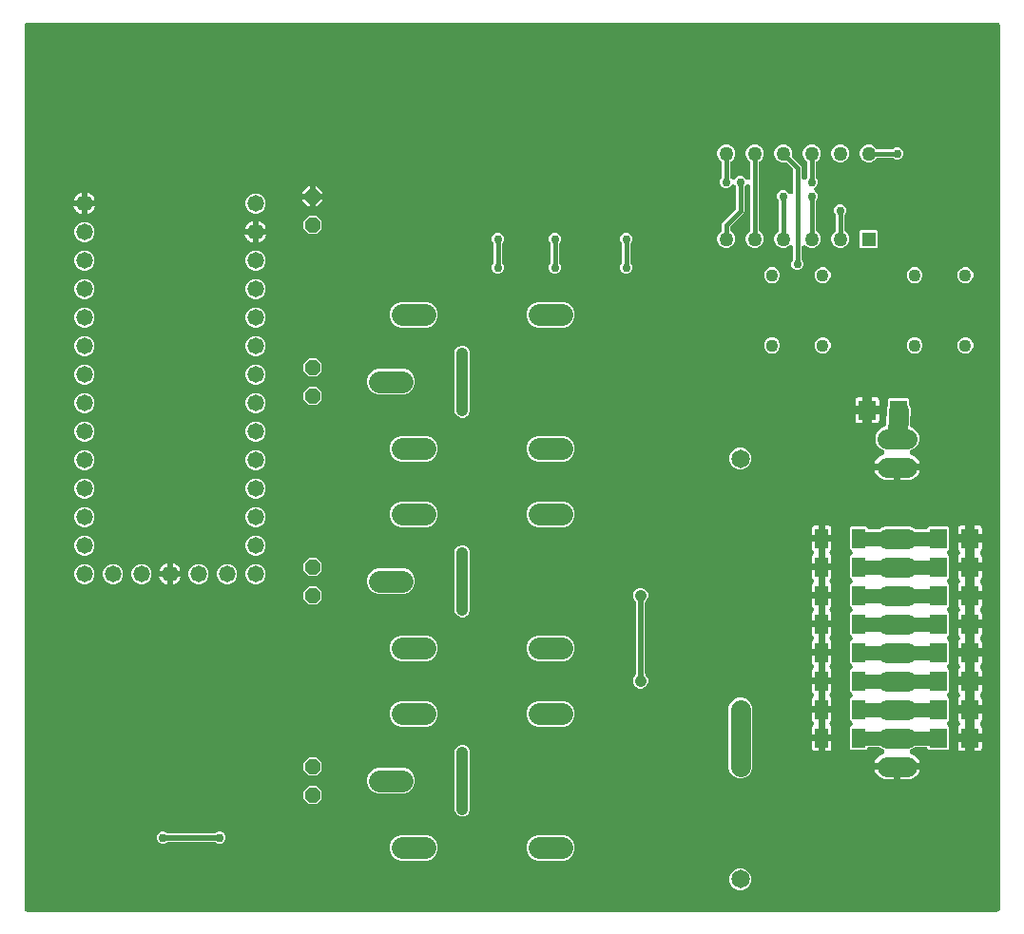
<source format=gbr>
G04 EAGLE Gerber RS-274X export*
G75*
%MOMM*%
%FSLAX34Y34*%
%LPD*%
%INBottom Copper*%
%IPPOS*%
%AMOC8*
5,1,8,0,0,1.08239X$1,22.5*%
G01*
%ADD10C,1.800000*%
%ADD11C,1.981200*%
%ADD12C,1.473200*%
%ADD13R,1.200000X1.800000*%
%ADD14R,1.600000X1.800000*%
%ADD15P,1.429621X8X112.500000*%
%ADD16C,1.650000*%
%ADD17R,1.270000X1.270000*%
%ADD18C,1.270000*%
%ADD19C,1.108000*%
%ADD20C,1.778000*%
%ADD21C,1.270000*%
%ADD22C,0.756400*%
%ADD23C,0.956400*%
%ADD24C,3.937000*%
%ADD25C,1.056400*%
%ADD26C,0.508000*%
%ADD27C,1.016000*%
%ADD28C,0.406400*%

G36*
X876335Y10164D02*
X876335Y10164D01*
X876369Y10162D01*
X876558Y10184D01*
X876749Y10201D01*
X876782Y10210D01*
X876816Y10214D01*
X876999Y10269D01*
X877183Y10319D01*
X877214Y10334D01*
X877247Y10344D01*
X877418Y10431D01*
X877590Y10513D01*
X877618Y10533D01*
X877649Y10548D01*
X877801Y10664D01*
X877956Y10775D01*
X877980Y10800D01*
X878007Y10820D01*
X878136Y10961D01*
X878270Y11097D01*
X878289Y11126D01*
X878313Y11152D01*
X878415Y11313D01*
X878522Y11470D01*
X878536Y11502D01*
X878554Y11531D01*
X878627Y11708D01*
X878704Y11882D01*
X878712Y11916D01*
X878725Y11948D01*
X878765Y12135D01*
X878811Y12320D01*
X878813Y12354D01*
X878820Y12388D01*
X878839Y12700D01*
X878839Y800100D01*
X878836Y800135D01*
X878838Y800169D01*
X878816Y800358D01*
X878799Y800549D01*
X878790Y800582D01*
X878786Y800616D01*
X878731Y800799D01*
X878681Y800983D01*
X878666Y801014D01*
X878656Y801047D01*
X878569Y801218D01*
X878487Y801390D01*
X878467Y801418D01*
X878452Y801449D01*
X878336Y801601D01*
X878225Y801756D01*
X878200Y801780D01*
X878180Y801807D01*
X878040Y801936D01*
X877903Y802070D01*
X877874Y802089D01*
X877848Y802113D01*
X877687Y802215D01*
X877530Y802322D01*
X877498Y802336D01*
X877469Y802354D01*
X877292Y802427D01*
X877118Y802504D01*
X877084Y802512D01*
X877052Y802525D01*
X876865Y802565D01*
X876680Y802611D01*
X876646Y802613D01*
X876612Y802620D01*
X876300Y802639D01*
X12700Y802639D01*
X12666Y802636D01*
X12631Y802638D01*
X12442Y802616D01*
X12252Y802599D01*
X12218Y802590D01*
X12184Y802586D01*
X12001Y802531D01*
X11817Y802481D01*
X11786Y802466D01*
X11753Y802456D01*
X11582Y802369D01*
X11411Y802287D01*
X11382Y802267D01*
X11351Y802252D01*
X11199Y802136D01*
X11044Y802025D01*
X11020Y802000D01*
X10993Y801980D01*
X10864Y801840D01*
X10730Y801703D01*
X10711Y801674D01*
X10688Y801648D01*
X10585Y801487D01*
X10478Y801330D01*
X10464Y801298D01*
X10446Y801269D01*
X10373Y801092D01*
X10296Y800918D01*
X10288Y800884D01*
X10275Y800852D01*
X10235Y800665D01*
X10189Y800480D01*
X10187Y800446D01*
X10180Y800412D01*
X10161Y800100D01*
X10161Y12700D01*
X10164Y12666D01*
X10162Y12631D01*
X10184Y12442D01*
X10201Y12252D01*
X10210Y12218D01*
X10214Y12184D01*
X10269Y12001D01*
X10319Y11817D01*
X10334Y11786D01*
X10344Y11753D01*
X10431Y11582D01*
X10513Y11411D01*
X10533Y11382D01*
X10548Y11351D01*
X10664Y11199D01*
X10775Y11044D01*
X10800Y11020D01*
X10820Y10993D01*
X10961Y10864D01*
X11097Y10730D01*
X11126Y10711D01*
X11152Y10688D01*
X11313Y10585D01*
X11470Y10478D01*
X11502Y10464D01*
X11531Y10446D01*
X11708Y10373D01*
X11882Y10296D01*
X11916Y10288D01*
X11948Y10275D01*
X12135Y10235D01*
X12320Y10189D01*
X12354Y10187D01*
X12388Y10180D01*
X12700Y10161D01*
X876300Y10161D01*
X876335Y10164D01*
G37*
%LPC*%
G36*
X787320Y142671D02*
X787320Y142671D01*
X787286Y142673D01*
X787252Y142680D01*
X786940Y142699D01*
X767240Y142699D01*
X767705Y144130D01*
X768529Y145749D01*
X769597Y147218D01*
X770882Y148503D01*
X772351Y149571D01*
X773970Y150395D01*
X774389Y150531D01*
X774393Y150533D01*
X774397Y150534D01*
X774595Y150619D01*
X774803Y150708D01*
X774807Y150710D01*
X774810Y150712D01*
X774993Y150832D01*
X775179Y150955D01*
X775182Y150958D01*
X775186Y150960D01*
X775346Y151113D01*
X775506Y151264D01*
X775509Y151268D01*
X775512Y151271D01*
X775642Y151448D01*
X775773Y151627D01*
X775775Y151631D01*
X775778Y151634D01*
X775873Y151829D01*
X775972Y152031D01*
X775974Y152035D01*
X775976Y152039D01*
X776035Y152250D01*
X776097Y152463D01*
X776097Y152468D01*
X776099Y152472D01*
X776121Y152695D01*
X776143Y152911D01*
X776143Y152915D01*
X776143Y152920D01*
X776125Y153145D01*
X776109Y153360D01*
X776108Y153364D01*
X776108Y153369D01*
X776053Y153578D01*
X775997Y153796D01*
X775995Y153800D01*
X775994Y153804D01*
X775902Y154002D01*
X775809Y154206D01*
X775807Y154209D01*
X775805Y154213D01*
X775678Y154394D01*
X775552Y154575D01*
X775549Y154578D01*
X775546Y154582D01*
X775388Y154740D01*
X775234Y154894D01*
X775230Y154896D01*
X775227Y154899D01*
X775042Y155027D01*
X774864Y155151D01*
X774860Y155153D01*
X774857Y155155D01*
X774576Y155292D01*
X772438Y156178D01*
X772134Y156482D01*
X772008Y156587D01*
X771887Y156699D01*
X771836Y156731D01*
X771789Y156770D01*
X771646Y156852D01*
X771507Y156940D01*
X771451Y156964D01*
X771398Y156994D01*
X771243Y157049D01*
X771091Y157111D01*
X771031Y157124D01*
X770974Y157145D01*
X770811Y157171D01*
X770651Y157206D01*
X770574Y157211D01*
X770529Y157218D01*
X770468Y157217D01*
X770339Y157225D01*
X763164Y157225D01*
X763129Y157222D01*
X763095Y157224D01*
X762906Y157202D01*
X762715Y157185D01*
X762682Y157176D01*
X762648Y157172D01*
X762465Y157117D01*
X762281Y157067D01*
X762250Y157052D01*
X762217Y157042D01*
X762046Y156955D01*
X761874Y156873D01*
X761846Y156853D01*
X761815Y156838D01*
X761663Y156722D01*
X761508Y156611D01*
X761484Y156586D01*
X761457Y156566D01*
X761328Y156426D01*
X761194Y156289D01*
X761175Y156260D01*
X761151Y156234D01*
X761049Y156073D01*
X760942Y155916D01*
X760928Y155884D01*
X760910Y155855D01*
X760839Y155683D01*
X759732Y154575D01*
X746468Y154575D01*
X745575Y155468D01*
X745575Y162184D01*
X745565Y162300D01*
X745565Y162417D01*
X745545Y162524D01*
X745535Y162632D01*
X745505Y162745D01*
X745484Y162860D01*
X745433Y163006D01*
X745417Y163066D01*
X745401Y163099D01*
X745382Y163155D01*
X745225Y163534D01*
X745225Y166666D01*
X745382Y167045D01*
X745417Y167156D01*
X745461Y167264D01*
X745484Y167371D01*
X745517Y167474D01*
X745531Y167590D01*
X745556Y167705D01*
X745566Y167858D01*
X745573Y167921D01*
X745572Y167957D01*
X745575Y168016D01*
X745575Y174732D01*
X746848Y176004D01*
X746870Y176031D01*
X746896Y176054D01*
X746961Y176136D01*
X746974Y176149D01*
X746987Y176168D01*
X747015Y176203D01*
X747137Y176350D01*
X747154Y176380D01*
X747176Y176407D01*
X747266Y176575D01*
X747360Y176741D01*
X747372Y176773D01*
X747388Y176804D01*
X747447Y176985D01*
X747511Y177165D01*
X747517Y177199D01*
X747528Y177232D01*
X747554Y177421D01*
X747585Y177609D01*
X747584Y177644D01*
X747589Y177678D01*
X747581Y177869D01*
X747579Y178060D01*
X747572Y178094D01*
X747571Y178128D01*
X747529Y178314D01*
X747493Y178502D01*
X747481Y178534D01*
X747473Y178568D01*
X747400Y178743D01*
X747331Y178922D01*
X747313Y178951D01*
X747299Y178983D01*
X747196Y179143D01*
X747097Y179306D01*
X747074Y179332D01*
X747055Y179361D01*
X746848Y179596D01*
X745575Y180868D01*
X745575Y187584D01*
X745565Y187700D01*
X745565Y187817D01*
X745545Y187924D01*
X745535Y188032D01*
X745505Y188145D01*
X745484Y188260D01*
X745433Y188406D01*
X745417Y188466D01*
X745401Y188499D01*
X745382Y188555D01*
X745225Y188934D01*
X745225Y192066D01*
X745382Y192445D01*
X745417Y192556D01*
X745461Y192664D01*
X745484Y192771D01*
X745517Y192874D01*
X745531Y192990D01*
X745556Y193105D01*
X745566Y193258D01*
X745573Y193321D01*
X745572Y193357D01*
X745575Y193416D01*
X745575Y200132D01*
X746848Y201404D01*
X746870Y201431D01*
X746896Y201454D01*
X746962Y201537D01*
X746966Y201541D01*
X746970Y201548D01*
X747014Y201603D01*
X747137Y201750D01*
X747154Y201780D01*
X747176Y201807D01*
X747266Y201975D01*
X747360Y202141D01*
X747372Y202173D01*
X747388Y202204D01*
X747447Y202385D01*
X747511Y202565D01*
X747517Y202599D01*
X747528Y202632D01*
X747554Y202821D01*
X747585Y203009D01*
X747584Y203044D01*
X747589Y203078D01*
X747581Y203269D01*
X747579Y203459D01*
X747572Y203494D01*
X747571Y203528D01*
X747529Y203714D01*
X747493Y203902D01*
X747481Y203934D01*
X747473Y203968D01*
X747399Y204144D01*
X747331Y204322D01*
X747313Y204351D01*
X747299Y204383D01*
X747196Y204544D01*
X747097Y204706D01*
X747074Y204732D01*
X747055Y204761D01*
X746848Y204996D01*
X745575Y206268D01*
X745575Y212984D01*
X745565Y213100D01*
X745565Y213217D01*
X745545Y213324D01*
X745535Y213432D01*
X745505Y213545D01*
X745484Y213660D01*
X745433Y213806D01*
X745417Y213866D01*
X745401Y213899D01*
X745382Y213955D01*
X745225Y214334D01*
X745225Y217466D01*
X745382Y217845D01*
X745417Y217956D01*
X745461Y218064D01*
X745484Y218171D01*
X745517Y218274D01*
X745531Y218390D01*
X745556Y218505D01*
X745566Y218658D01*
X745573Y218721D01*
X745572Y218757D01*
X745575Y218816D01*
X745575Y225532D01*
X746848Y226804D01*
X746870Y226831D01*
X746896Y226854D01*
X747015Y227003D01*
X747137Y227150D01*
X747154Y227180D01*
X747176Y227207D01*
X747266Y227375D01*
X747360Y227541D01*
X747372Y227573D01*
X747388Y227604D01*
X747447Y227785D01*
X747511Y227965D01*
X747517Y227999D01*
X747528Y228032D01*
X747554Y228221D01*
X747585Y228409D01*
X747584Y228444D01*
X747589Y228478D01*
X747581Y228669D01*
X747579Y228860D01*
X747572Y228894D01*
X747571Y228928D01*
X747529Y229114D01*
X747493Y229302D01*
X747481Y229334D01*
X747473Y229368D01*
X747400Y229543D01*
X747331Y229722D01*
X747313Y229751D01*
X747299Y229783D01*
X747196Y229943D01*
X747097Y230106D01*
X747074Y230132D01*
X747055Y230161D01*
X746848Y230396D01*
X745575Y231668D01*
X745575Y238384D01*
X745565Y238500D01*
X745565Y238617D01*
X745545Y238724D01*
X745535Y238832D01*
X745505Y238945D01*
X745484Y239060D01*
X745433Y239206D01*
X745417Y239266D01*
X745401Y239299D01*
X745382Y239355D01*
X745225Y239734D01*
X745225Y242866D01*
X745382Y243245D01*
X745417Y243356D01*
X745461Y243464D01*
X745484Y243571D01*
X745517Y243674D01*
X745531Y243790D01*
X745556Y243905D01*
X745565Y244058D01*
X745573Y244121D01*
X745572Y244157D01*
X745575Y244216D01*
X745575Y250932D01*
X746848Y252204D01*
X746870Y252231D01*
X746896Y252254D01*
X747015Y252403D01*
X747137Y252550D01*
X747154Y252580D01*
X747176Y252607D01*
X747266Y252775D01*
X747360Y252941D01*
X747372Y252973D01*
X747388Y253004D01*
X747447Y253185D01*
X747511Y253365D01*
X747517Y253399D01*
X747528Y253432D01*
X747554Y253621D01*
X747585Y253809D01*
X747584Y253844D01*
X747589Y253878D01*
X747581Y254069D01*
X747579Y254260D01*
X747572Y254294D01*
X747571Y254328D01*
X747529Y254514D01*
X747493Y254702D01*
X747481Y254734D01*
X747473Y254768D01*
X747400Y254943D01*
X747331Y255122D01*
X747313Y255151D01*
X747299Y255183D01*
X747196Y255343D01*
X747097Y255506D01*
X747074Y255532D01*
X747055Y255561D01*
X746848Y255796D01*
X745575Y257068D01*
X745575Y263784D01*
X745565Y263900D01*
X745565Y264017D01*
X745545Y264124D01*
X745535Y264232D01*
X745505Y264345D01*
X745484Y264460D01*
X745433Y264606D01*
X745417Y264666D01*
X745401Y264699D01*
X745382Y264755D01*
X745225Y265134D01*
X745225Y268266D01*
X745382Y268645D01*
X745417Y268756D01*
X745461Y268864D01*
X745484Y268971D01*
X745517Y269074D01*
X745531Y269190D01*
X745556Y269305D01*
X745566Y269458D01*
X745573Y269521D01*
X745572Y269557D01*
X745575Y269616D01*
X745575Y276332D01*
X746848Y277604D01*
X746870Y277631D01*
X746896Y277654D01*
X747014Y277803D01*
X747137Y277950D01*
X747154Y277980D01*
X747176Y278007D01*
X747266Y278175D01*
X747360Y278341D01*
X747372Y278373D01*
X747388Y278404D01*
X747447Y278585D01*
X747511Y278765D01*
X747517Y278799D01*
X747528Y278832D01*
X747554Y279021D01*
X747585Y279209D01*
X747584Y279244D01*
X747589Y279278D01*
X747581Y279469D01*
X747579Y279659D01*
X747572Y279694D01*
X747571Y279728D01*
X747529Y279914D01*
X747493Y280102D01*
X747481Y280134D01*
X747473Y280168D01*
X747399Y280344D01*
X747331Y280522D01*
X747313Y280551D01*
X747299Y280583D01*
X747196Y280744D01*
X747097Y280906D01*
X747074Y280932D01*
X747055Y280961D01*
X746848Y281196D01*
X745575Y282468D01*
X745575Y289184D01*
X745565Y289300D01*
X745565Y289417D01*
X745545Y289524D01*
X745535Y289632D01*
X745505Y289745D01*
X745484Y289860D01*
X745433Y290006D01*
X745417Y290066D01*
X745401Y290099D01*
X745382Y290155D01*
X745225Y290534D01*
X745225Y293666D01*
X745382Y294045D01*
X745417Y294156D01*
X745461Y294264D01*
X745484Y294371D01*
X745517Y294474D01*
X745531Y294590D01*
X745556Y294705D01*
X745566Y294858D01*
X745573Y294921D01*
X745572Y294957D01*
X745575Y295016D01*
X745575Y301732D01*
X746848Y303004D01*
X746870Y303031D01*
X746896Y303054D01*
X747014Y303203D01*
X747137Y303350D01*
X747154Y303380D01*
X747176Y303407D01*
X747266Y303575D01*
X747360Y303741D01*
X747372Y303773D01*
X747388Y303804D01*
X747447Y303985D01*
X747511Y304165D01*
X747517Y304199D01*
X747528Y304232D01*
X747554Y304421D01*
X747585Y304609D01*
X747584Y304644D01*
X747589Y304678D01*
X747581Y304869D01*
X747579Y305059D01*
X747572Y305094D01*
X747571Y305128D01*
X747529Y305314D01*
X747493Y305502D01*
X747481Y305534D01*
X747473Y305568D01*
X747399Y305744D01*
X747331Y305922D01*
X747313Y305951D01*
X747299Y305983D01*
X747196Y306144D01*
X747097Y306306D01*
X747074Y306332D01*
X747055Y306361D01*
X746848Y306596D01*
X745575Y307868D01*
X745575Y314584D01*
X745565Y314700D01*
X745565Y314817D01*
X745545Y314924D01*
X745535Y315032D01*
X745505Y315145D01*
X745484Y315260D01*
X745433Y315406D01*
X745417Y315466D01*
X745401Y315499D01*
X745382Y315555D01*
X745225Y315934D01*
X745225Y319066D01*
X745382Y319445D01*
X745417Y319556D01*
X745461Y319664D01*
X745484Y319771D01*
X745517Y319874D01*
X745531Y319990D01*
X745556Y320105D01*
X745566Y320258D01*
X745573Y320321D01*
X745572Y320357D01*
X745575Y320416D01*
X745575Y327132D01*
X746848Y328404D01*
X746870Y328431D01*
X746896Y328454D01*
X747015Y328603D01*
X747137Y328750D01*
X747154Y328780D01*
X747176Y328807D01*
X747266Y328975D01*
X747360Y329141D01*
X747372Y329173D01*
X747388Y329204D01*
X747447Y329385D01*
X747511Y329565D01*
X747517Y329599D01*
X747528Y329632D01*
X747554Y329821D01*
X747585Y330009D01*
X747584Y330044D01*
X747589Y330078D01*
X747581Y330269D01*
X747579Y330460D01*
X747572Y330494D01*
X747571Y330528D01*
X747529Y330714D01*
X747493Y330902D01*
X747481Y330934D01*
X747473Y330968D01*
X747400Y331143D01*
X747331Y331322D01*
X747313Y331351D01*
X747299Y331383D01*
X747196Y331543D01*
X747097Y331706D01*
X747074Y331732D01*
X747055Y331761D01*
X746848Y331996D01*
X745575Y333268D01*
X745575Y339984D01*
X745565Y340100D01*
X745565Y340217D01*
X745545Y340324D01*
X745535Y340432D01*
X745505Y340545D01*
X745484Y340660D01*
X745433Y340806D01*
X745417Y340866D01*
X745401Y340899D01*
X745382Y340955D01*
X745225Y341334D01*
X745225Y344466D01*
X745382Y344845D01*
X745417Y344956D01*
X745461Y345064D01*
X745484Y345171D01*
X745517Y345274D01*
X745531Y345390D01*
X745556Y345505D01*
X745566Y345658D01*
X745573Y345721D01*
X745572Y345757D01*
X745575Y345816D01*
X745575Y352532D01*
X746468Y353425D01*
X759732Y353425D01*
X760827Y352329D01*
X760895Y352196D01*
X760977Y352024D01*
X760997Y351996D01*
X761012Y351965D01*
X761128Y351813D01*
X761239Y351658D01*
X761264Y351634D01*
X761284Y351607D01*
X761424Y351478D01*
X761561Y351344D01*
X761590Y351325D01*
X761616Y351301D01*
X761777Y351199D01*
X761934Y351092D01*
X761966Y351078D01*
X761995Y351060D01*
X762172Y350987D01*
X762346Y350910D01*
X762380Y350902D01*
X762412Y350889D01*
X762599Y350849D01*
X762784Y350803D01*
X762818Y350801D01*
X762852Y350794D01*
X763164Y350775D01*
X770339Y350775D01*
X770503Y350789D01*
X770667Y350796D01*
X770726Y350809D01*
X770787Y350815D01*
X770946Y350858D01*
X771106Y350894D01*
X771163Y350917D01*
X771222Y350933D01*
X771370Y351004D01*
X771522Y351067D01*
X771573Y351100D01*
X771628Y351127D01*
X771762Y351222D01*
X771900Y351312D01*
X771958Y351363D01*
X771994Y351389D01*
X772037Y351432D01*
X772134Y351519D01*
X772438Y351822D01*
X776306Y353425D01*
X798494Y353425D01*
X802362Y351822D01*
X802666Y351518D01*
X802792Y351413D01*
X802913Y351301D01*
X802964Y351269D01*
X803011Y351230D01*
X803154Y351148D01*
X803293Y351060D01*
X803349Y351036D01*
X803402Y351006D01*
X803557Y350951D01*
X803709Y350889D01*
X803769Y350876D01*
X803826Y350855D01*
X803989Y350829D01*
X804149Y350794D01*
X804226Y350789D01*
X804271Y350782D01*
X804332Y350783D01*
X804461Y350775D01*
X812136Y350775D01*
X812171Y350778D01*
X812205Y350776D01*
X812394Y350798D01*
X812585Y350815D01*
X812618Y350824D01*
X812652Y350828D01*
X812835Y350883D01*
X813019Y350933D01*
X813050Y350948D01*
X813083Y350958D01*
X813254Y351045D01*
X813426Y351127D01*
X813454Y351147D01*
X813485Y351162D01*
X813637Y351278D01*
X813792Y351389D01*
X813816Y351414D01*
X813843Y351434D01*
X813972Y351574D01*
X814106Y351711D01*
X814125Y351740D01*
X814149Y351766D01*
X814251Y351927D01*
X814358Y352084D01*
X814372Y352116D01*
X814390Y352145D01*
X814461Y352317D01*
X815568Y353425D01*
X832832Y353425D01*
X833725Y352532D01*
X833725Y333268D01*
X832452Y331996D01*
X832430Y331969D01*
X832404Y331946D01*
X832286Y331797D01*
X832163Y331650D01*
X832146Y331620D01*
X832124Y331593D01*
X832034Y331425D01*
X831940Y331259D01*
X831928Y331227D01*
X831912Y331196D01*
X831853Y331015D01*
X831789Y330835D01*
X831783Y330801D01*
X831772Y330768D01*
X831746Y330579D01*
X831715Y330391D01*
X831716Y330356D01*
X831711Y330322D01*
X831719Y330131D01*
X831721Y329941D01*
X831728Y329906D01*
X831729Y329872D01*
X831771Y329686D01*
X831807Y329498D01*
X831819Y329466D01*
X831827Y329432D01*
X831901Y329256D01*
X831969Y329078D01*
X831987Y329049D01*
X832001Y329017D01*
X832104Y328856D01*
X832203Y328694D01*
X832226Y328668D01*
X832245Y328639D01*
X832452Y328404D01*
X833725Y327132D01*
X833725Y307868D01*
X832452Y306596D01*
X832430Y306569D01*
X832404Y306546D01*
X832285Y306397D01*
X832163Y306250D01*
X832146Y306220D01*
X832124Y306193D01*
X832034Y306025D01*
X831940Y305859D01*
X831928Y305827D01*
X831912Y305796D01*
X831853Y305615D01*
X831789Y305435D01*
X831783Y305401D01*
X831772Y305368D01*
X831746Y305179D01*
X831715Y304991D01*
X831716Y304956D01*
X831711Y304922D01*
X831719Y304731D01*
X831721Y304540D01*
X831728Y304506D01*
X831729Y304472D01*
X831771Y304286D01*
X831807Y304098D01*
X831819Y304066D01*
X831827Y304032D01*
X831900Y303857D01*
X831969Y303678D01*
X831987Y303649D01*
X832001Y303617D01*
X832104Y303457D01*
X832203Y303294D01*
X832226Y303268D01*
X832245Y303239D01*
X832452Y303004D01*
X833725Y301732D01*
X833725Y282468D01*
X832452Y281196D01*
X832430Y281169D01*
X832404Y281146D01*
X832286Y280997D01*
X832163Y280850D01*
X832146Y280820D01*
X832124Y280793D01*
X832034Y280625D01*
X831940Y280459D01*
X831928Y280427D01*
X831912Y280396D01*
X831853Y280215D01*
X831789Y280035D01*
X831783Y280001D01*
X831772Y279968D01*
X831746Y279779D01*
X831715Y279591D01*
X831716Y279556D01*
X831711Y279522D01*
X831719Y279331D01*
X831721Y279141D01*
X831728Y279106D01*
X831729Y279072D01*
X831771Y278886D01*
X831807Y278698D01*
X831819Y278666D01*
X831827Y278632D01*
X831901Y278456D01*
X831969Y278278D01*
X831987Y278249D01*
X832001Y278217D01*
X832104Y278056D01*
X832203Y277894D01*
X832226Y277868D01*
X832245Y277839D01*
X832452Y277604D01*
X833725Y276332D01*
X833725Y257068D01*
X832452Y255796D01*
X832430Y255769D01*
X832404Y255746D01*
X832285Y255597D01*
X832163Y255450D01*
X832146Y255420D01*
X832124Y255393D01*
X832034Y255224D01*
X831940Y255059D01*
X831928Y255027D01*
X831912Y254996D01*
X831853Y254815D01*
X831789Y254635D01*
X831783Y254601D01*
X831772Y254568D01*
X831746Y254379D01*
X831715Y254191D01*
X831716Y254156D01*
X831711Y254122D01*
X831719Y253931D01*
X831721Y253740D01*
X831728Y253706D01*
X831729Y253672D01*
X831771Y253486D01*
X831807Y253298D01*
X831819Y253266D01*
X831827Y253232D01*
X831900Y253057D01*
X831969Y252878D01*
X831987Y252849D01*
X832001Y252817D01*
X832104Y252657D01*
X832203Y252494D01*
X832226Y252468D01*
X832245Y252439D01*
X832452Y252204D01*
X833725Y250932D01*
X833725Y231668D01*
X832452Y230396D01*
X832430Y230369D01*
X832404Y230346D01*
X832285Y230197D01*
X832163Y230050D01*
X832146Y230020D01*
X832124Y229993D01*
X832034Y229825D01*
X831940Y229659D01*
X831928Y229627D01*
X831912Y229596D01*
X831853Y229415D01*
X831789Y229235D01*
X831783Y229201D01*
X831772Y229168D01*
X831746Y228979D01*
X831715Y228791D01*
X831716Y228756D01*
X831711Y228722D01*
X831719Y228531D01*
X831721Y228340D01*
X831728Y228306D01*
X831729Y228272D01*
X831771Y228086D01*
X831807Y227898D01*
X831819Y227866D01*
X831827Y227832D01*
X831900Y227657D01*
X831969Y227478D01*
X831987Y227449D01*
X832001Y227417D01*
X832104Y227257D01*
X832203Y227094D01*
X832226Y227068D01*
X832245Y227039D01*
X832452Y226804D01*
X833725Y225532D01*
X833725Y206268D01*
X832452Y204996D01*
X832430Y204969D01*
X832404Y204946D01*
X832285Y204797D01*
X832163Y204650D01*
X832146Y204620D01*
X832124Y204593D01*
X832034Y204425D01*
X831940Y204259D01*
X831928Y204227D01*
X831912Y204196D01*
X831853Y204015D01*
X831789Y203835D01*
X831783Y203801D01*
X831772Y203768D01*
X831746Y203579D01*
X831715Y203391D01*
X831716Y203356D01*
X831711Y203322D01*
X831719Y203131D01*
X831721Y202940D01*
X831728Y202906D01*
X831729Y202872D01*
X831771Y202686D01*
X831807Y202498D01*
X831819Y202466D01*
X831827Y202432D01*
X831900Y202257D01*
X831969Y202078D01*
X831987Y202049D01*
X832001Y202017D01*
X832104Y201857D01*
X832203Y201694D01*
X832226Y201668D01*
X832245Y201639D01*
X832452Y201404D01*
X833725Y200132D01*
X833725Y180868D01*
X832452Y179596D01*
X832430Y179569D01*
X832404Y179546D01*
X832286Y179397D01*
X832163Y179250D01*
X832146Y179220D01*
X832124Y179193D01*
X832034Y179025D01*
X831940Y178859D01*
X831928Y178827D01*
X831912Y178796D01*
X831853Y178615D01*
X831789Y178435D01*
X831783Y178401D01*
X831772Y178368D01*
X831746Y178179D01*
X831715Y177991D01*
X831716Y177956D01*
X831711Y177922D01*
X831719Y177731D01*
X831721Y177541D01*
X831728Y177506D01*
X831729Y177472D01*
X831771Y177286D01*
X831807Y177098D01*
X831819Y177066D01*
X831827Y177032D01*
X831901Y176856D01*
X831969Y176678D01*
X831987Y176649D01*
X832001Y176617D01*
X832104Y176456D01*
X832203Y176294D01*
X832226Y176268D01*
X832245Y176239D01*
X832414Y176047D01*
X832417Y176044D01*
X832419Y176042D01*
X832452Y176004D01*
X833725Y174732D01*
X833725Y155468D01*
X832832Y154575D01*
X815568Y154575D01*
X814473Y155671D01*
X814405Y155804D01*
X814323Y155976D01*
X814303Y156004D01*
X814288Y156035D01*
X814172Y156187D01*
X814061Y156342D01*
X814036Y156366D01*
X814016Y156393D01*
X813876Y156522D01*
X813739Y156656D01*
X813710Y156675D01*
X813684Y156699D01*
X813523Y156801D01*
X813366Y156908D01*
X813334Y156922D01*
X813305Y156940D01*
X813128Y157013D01*
X812954Y157090D01*
X812920Y157098D01*
X812888Y157111D01*
X812701Y157151D01*
X812516Y157197D01*
X812482Y157199D01*
X812448Y157206D01*
X812136Y157225D01*
X804461Y157225D01*
X804298Y157211D01*
X804133Y157204D01*
X804074Y157191D01*
X804013Y157185D01*
X803854Y157142D01*
X803694Y157106D01*
X803637Y157083D01*
X803578Y157067D01*
X803430Y156996D01*
X803278Y156933D01*
X803227Y156900D01*
X803172Y156873D01*
X803038Y156778D01*
X802900Y156688D01*
X802842Y156637D01*
X802806Y156611D01*
X802763Y156568D01*
X802666Y156482D01*
X802362Y156178D01*
X800224Y155292D01*
X800220Y155290D01*
X800216Y155289D01*
X800025Y155188D01*
X799825Y155084D01*
X799822Y155081D01*
X799818Y155079D01*
X799647Y154946D01*
X799469Y154808D01*
X799466Y154805D01*
X799463Y154802D01*
X799312Y154634D01*
X799168Y154474D01*
X799165Y154470D01*
X799162Y154467D01*
X799043Y154273D01*
X798930Y154091D01*
X798928Y154087D01*
X798926Y154084D01*
X798845Y153879D01*
X798763Y153673D01*
X798762Y153669D01*
X798761Y153665D01*
X798718Y153453D01*
X798673Y153232D01*
X798673Y153228D01*
X798672Y153223D01*
X798668Y153008D01*
X798662Y152782D01*
X798663Y152777D01*
X798663Y152773D01*
X798696Y152560D01*
X798731Y152337D01*
X798732Y152333D01*
X798733Y152329D01*
X798806Y152118D01*
X798877Y151911D01*
X798879Y151907D01*
X798881Y151903D01*
X798992Y151705D01*
X799097Y151518D01*
X799099Y151514D01*
X799101Y151511D01*
X799241Y151341D01*
X799382Y151169D01*
X799385Y151167D01*
X799388Y151163D01*
X799554Y151023D01*
X799724Y150877D01*
X799728Y150875D01*
X799731Y150872D01*
X799919Y150763D01*
X800113Y150650D01*
X800117Y150648D01*
X800121Y150646D01*
X800411Y150531D01*
X800830Y150395D01*
X802449Y149571D01*
X803918Y148503D01*
X805203Y147218D01*
X806271Y145749D01*
X807095Y144130D01*
X807560Y142699D01*
X787860Y142699D01*
X787826Y142696D01*
X787791Y142698D01*
X787602Y142676D01*
X787412Y142659D01*
X787390Y142654D01*
X787320Y142671D01*
G37*
%LPD*%
%LPC*%
G36*
X697444Y581843D02*
X697444Y581843D01*
X695494Y582651D01*
X694001Y584144D01*
X693193Y586094D01*
X693193Y588206D01*
X694001Y590156D01*
X694200Y590354D01*
X694305Y590481D01*
X694417Y590601D01*
X694449Y590653D01*
X694488Y590700D01*
X694570Y590842D01*
X694658Y590981D01*
X694682Y591038D01*
X694712Y591091D01*
X694767Y591246D01*
X694829Y591398D01*
X694842Y591457D01*
X694863Y591515D01*
X694889Y591677D01*
X694924Y591838D01*
X694929Y591915D01*
X694936Y591959D01*
X694935Y592020D01*
X694943Y592150D01*
X694943Y601476D01*
X694932Y601606D01*
X694930Y601736D01*
X694912Y601830D01*
X694903Y601925D01*
X694869Y602051D01*
X694844Y602178D01*
X694810Y602267D01*
X694785Y602359D01*
X694729Y602477D01*
X694682Y602598D01*
X694632Y602680D01*
X694591Y602766D01*
X694516Y602871D01*
X694448Y602983D01*
X694385Y603054D01*
X694329Y603132D01*
X694236Y603223D01*
X694150Y603320D01*
X694075Y603379D01*
X694007Y603446D01*
X693899Y603519D01*
X693797Y603600D01*
X693713Y603645D01*
X693634Y603698D01*
X693515Y603751D01*
X693400Y603812D01*
X693309Y603842D01*
X693222Y603880D01*
X693096Y603911D01*
X692972Y603951D01*
X692877Y603964D01*
X692784Y603987D01*
X692655Y603995D01*
X692526Y604013D01*
X692430Y604009D01*
X692335Y604015D01*
X692206Y604000D01*
X692076Y603994D01*
X691983Y603974D01*
X691888Y603963D01*
X691763Y603925D01*
X691636Y603897D01*
X691548Y603860D01*
X691457Y603832D01*
X691341Y603773D01*
X691221Y603723D01*
X691141Y603671D01*
X691055Y603628D01*
X690952Y603549D01*
X690843Y603479D01*
X690745Y603393D01*
X690697Y603356D01*
X690666Y603323D01*
X690608Y603272D01*
X690261Y602924D01*
X687366Y601725D01*
X684234Y601725D01*
X681339Y602924D01*
X679124Y605139D01*
X677925Y608034D01*
X677925Y611166D01*
X679124Y614061D01*
X681500Y616436D01*
X681605Y616562D01*
X681717Y616683D01*
X681749Y616735D01*
X681788Y616781D01*
X681870Y616924D01*
X681958Y617063D01*
X681982Y617120D01*
X682012Y617172D01*
X682067Y617327D01*
X682129Y617480D01*
X682142Y617539D01*
X682163Y617597D01*
X682189Y617759D01*
X682224Y617920D01*
X682229Y617997D01*
X682236Y618041D01*
X682235Y618102D01*
X682243Y618232D01*
X682243Y642700D01*
X682229Y642864D01*
X682222Y643028D01*
X682209Y643088D01*
X682203Y643149D01*
X682160Y643307D01*
X682124Y643468D01*
X682101Y643524D01*
X682085Y643583D01*
X682015Y643731D01*
X681951Y643883D01*
X681918Y643935D01*
X681891Y643990D01*
X681796Y644123D01*
X681706Y644261D01*
X681655Y644319D01*
X681629Y644356D01*
X681586Y644398D01*
X681500Y644496D01*
X681301Y644694D01*
X680493Y646644D01*
X680493Y648756D01*
X681301Y650706D01*
X682794Y652199D01*
X684744Y653007D01*
X686856Y653007D01*
X688806Y652199D01*
X690608Y650396D01*
X690708Y650313D01*
X690801Y650222D01*
X690881Y650169D01*
X690954Y650107D01*
X691067Y650043D01*
X691174Y649970D01*
X691262Y649931D01*
X691345Y649884D01*
X691467Y649841D01*
X691586Y649788D01*
X691679Y649765D01*
X691769Y649733D01*
X691897Y649712D01*
X692024Y649681D01*
X692119Y649675D01*
X692213Y649660D01*
X692343Y649662D01*
X692473Y649654D01*
X692568Y649665D01*
X692664Y649666D01*
X692791Y649691D01*
X692920Y649706D01*
X693012Y649733D01*
X693106Y649751D01*
X693227Y649798D01*
X693351Y649836D01*
X693437Y649879D01*
X693526Y649914D01*
X693637Y649981D01*
X693753Y650040D01*
X693829Y650098D01*
X693910Y650148D01*
X694008Y650234D01*
X694111Y650312D01*
X694176Y650383D01*
X694248Y650446D01*
X694328Y650548D01*
X694417Y650643D01*
X694468Y650724D01*
X694527Y650799D01*
X694589Y650914D01*
X694658Y651023D01*
X694695Y651112D01*
X694740Y651196D01*
X694780Y651320D01*
X694829Y651440D01*
X694849Y651533D01*
X694879Y651624D01*
X694897Y651753D01*
X694924Y651880D01*
X694932Y652010D01*
X694940Y652070D01*
X694939Y652115D01*
X694943Y652192D01*
X694943Y670575D01*
X694929Y670739D01*
X694922Y670903D01*
X694909Y670963D01*
X694903Y671023D01*
X694860Y671182D01*
X694824Y671343D01*
X694801Y671399D01*
X694785Y671458D01*
X694714Y671606D01*
X694651Y671758D01*
X694618Y671810D01*
X694591Y671864D01*
X694496Y671998D01*
X694406Y672136D01*
X694355Y672194D01*
X694329Y672231D01*
X694286Y672273D01*
X694200Y672370D01*
X689388Y677182D01*
X689262Y677287D01*
X689141Y677399D01*
X689090Y677431D01*
X689043Y677470D01*
X688900Y677552D01*
X688762Y677640D01*
X688705Y677664D01*
X688652Y677694D01*
X688497Y677749D01*
X688345Y677811D01*
X688285Y677824D01*
X688228Y677845D01*
X688066Y677871D01*
X687905Y677906D01*
X687828Y677911D01*
X687784Y677918D01*
X687723Y677917D01*
X687593Y677925D01*
X684234Y677925D01*
X681339Y679124D01*
X679124Y681339D01*
X677925Y684234D01*
X677925Y687366D01*
X679124Y690261D01*
X681339Y692476D01*
X684234Y693675D01*
X687366Y693675D01*
X690261Y692476D01*
X692476Y690261D01*
X693675Y687366D01*
X693675Y684007D01*
X693689Y683843D01*
X693696Y683679D01*
X693709Y683619D01*
X693715Y683559D01*
X693758Y683400D01*
X693794Y683239D01*
X693817Y683183D01*
X693833Y683124D01*
X693904Y682976D01*
X693967Y682824D01*
X694000Y682772D01*
X694027Y682718D01*
X694122Y682584D01*
X694212Y682446D01*
X694263Y682388D01*
X694289Y682351D01*
X694332Y682309D01*
X694418Y682212D01*
X701515Y675115D01*
X702057Y673807D01*
X702057Y664892D01*
X702068Y664762D01*
X702070Y664632D01*
X702088Y664539D01*
X702097Y664443D01*
X702131Y664318D01*
X702156Y664190D01*
X702190Y664101D01*
X702215Y664009D01*
X702271Y663892D01*
X702318Y663770D01*
X702368Y663688D01*
X702409Y663602D01*
X702484Y663497D01*
X702552Y663385D01*
X702615Y663314D01*
X702671Y663236D01*
X702764Y663146D01*
X702850Y663048D01*
X702925Y662989D01*
X702993Y662922D01*
X703101Y662849D01*
X703203Y662769D01*
X703287Y662724D01*
X703366Y662670D01*
X703485Y662618D01*
X703600Y662556D01*
X703691Y662527D01*
X703778Y662488D01*
X703905Y662457D01*
X704028Y662417D01*
X704123Y662404D01*
X704216Y662381D01*
X704345Y662373D01*
X704474Y662356D01*
X704570Y662359D01*
X704665Y662354D01*
X704794Y662369D01*
X704924Y662374D01*
X705017Y662395D01*
X705112Y662406D01*
X705237Y662443D01*
X705364Y662471D01*
X705452Y662508D01*
X705543Y662536D01*
X705659Y662595D01*
X705779Y662645D01*
X705859Y662697D01*
X705945Y662740D01*
X706048Y662819D01*
X706157Y662889D01*
X706255Y662976D01*
X706303Y663012D01*
X706334Y663045D01*
X706392Y663096D01*
X706900Y663604D01*
X707005Y663730D01*
X707117Y663851D01*
X707149Y663903D01*
X707188Y663950D01*
X707270Y664092D01*
X707358Y664231D01*
X707382Y664288D01*
X707412Y664341D01*
X707467Y664496D01*
X707529Y664648D01*
X707542Y664708D01*
X707563Y664765D01*
X707589Y664927D01*
X707624Y665088D01*
X707629Y665165D01*
X707636Y665209D01*
X707635Y665270D01*
X707643Y665400D01*
X707643Y677168D01*
X707629Y677332D01*
X707622Y677497D01*
X707609Y677556D01*
X707603Y677617D01*
X707560Y677776D01*
X707524Y677936D01*
X707501Y677992D01*
X707485Y678051D01*
X707414Y678199D01*
X707351Y678352D01*
X707318Y678403D01*
X707291Y678458D01*
X707196Y678591D01*
X707106Y678730D01*
X707055Y678788D01*
X707029Y678824D01*
X706986Y678866D01*
X706900Y678964D01*
X704524Y681339D01*
X703325Y684234D01*
X703325Y687366D01*
X704524Y690261D01*
X706739Y692476D01*
X709634Y693675D01*
X712766Y693675D01*
X715661Y692476D01*
X717876Y690261D01*
X719075Y687366D01*
X719075Y684234D01*
X717876Y681339D01*
X715500Y678964D01*
X715395Y678838D01*
X715283Y678717D01*
X715251Y678665D01*
X715212Y678619D01*
X715130Y678476D01*
X715042Y678337D01*
X715018Y678280D01*
X714988Y678228D01*
X714933Y678073D01*
X714871Y677920D01*
X714858Y677861D01*
X714837Y677803D01*
X714811Y677641D01*
X714776Y677480D01*
X714771Y677403D01*
X714764Y677359D01*
X714765Y677298D01*
X714757Y677168D01*
X714757Y665400D01*
X714771Y665236D01*
X714778Y665072D01*
X714791Y665012D01*
X714797Y664951D01*
X714840Y664793D01*
X714876Y664632D01*
X714899Y664576D01*
X714915Y664517D01*
X714986Y664369D01*
X715049Y664217D01*
X715082Y664165D01*
X715109Y664110D01*
X715204Y663977D01*
X715294Y663839D01*
X715345Y663781D01*
X715371Y663744D01*
X715414Y663702D01*
X715500Y663604D01*
X715699Y663406D01*
X716507Y661456D01*
X716507Y659344D01*
X715699Y657394D01*
X714150Y655846D01*
X714128Y655819D01*
X714102Y655796D01*
X713984Y655647D01*
X713861Y655500D01*
X713844Y655470D01*
X713823Y655443D01*
X713733Y655275D01*
X713638Y655109D01*
X713627Y655077D01*
X713610Y655046D01*
X713551Y654865D01*
X713487Y654685D01*
X713482Y654651D01*
X713471Y654618D01*
X713445Y654429D01*
X713414Y654241D01*
X713414Y654206D01*
X713410Y654172D01*
X713417Y653981D01*
X713420Y653791D01*
X713427Y653756D01*
X713428Y653722D01*
X713469Y653536D01*
X713505Y653348D01*
X713518Y653316D01*
X713525Y653282D01*
X713599Y653106D01*
X713668Y652928D01*
X713686Y652899D01*
X713699Y652867D01*
X713803Y652706D01*
X713902Y652544D01*
X713925Y652518D01*
X713943Y652489D01*
X714150Y652254D01*
X715699Y650706D01*
X716507Y648756D01*
X716507Y646644D01*
X715699Y644694D01*
X715500Y644496D01*
X715395Y644369D01*
X715283Y644249D01*
X715251Y644197D01*
X715212Y644150D01*
X715130Y644008D01*
X715042Y643869D01*
X715018Y643812D01*
X714988Y643759D01*
X714933Y643604D01*
X714871Y643452D01*
X714858Y643393D01*
X714837Y643335D01*
X714811Y643173D01*
X714776Y643012D01*
X714771Y642935D01*
X714764Y642891D01*
X714765Y642830D01*
X714757Y642700D01*
X714757Y618232D01*
X714771Y618068D01*
X714778Y617903D01*
X714791Y617844D01*
X714797Y617783D01*
X714840Y617624D01*
X714876Y617464D01*
X714899Y617408D01*
X714915Y617349D01*
X714986Y617201D01*
X715049Y617048D01*
X715082Y616997D01*
X715109Y616942D01*
X715204Y616809D01*
X715294Y616670D01*
X715345Y616612D01*
X715371Y616576D01*
X715414Y616534D01*
X715500Y616436D01*
X717876Y614061D01*
X719075Y611166D01*
X719075Y608034D01*
X717876Y605139D01*
X715661Y602924D01*
X712766Y601725D01*
X709634Y601725D01*
X706739Y602924D01*
X706392Y603272D01*
X706292Y603355D01*
X706199Y603446D01*
X706120Y603500D01*
X706046Y603561D01*
X705933Y603625D01*
X705826Y603698D01*
X705738Y603737D01*
X705655Y603784D01*
X705533Y603828D01*
X705414Y603880D01*
X705321Y603903D01*
X705231Y603935D01*
X705103Y603956D01*
X704976Y603987D01*
X704881Y603993D01*
X704787Y604009D01*
X704657Y604007D01*
X704527Y604015D01*
X704432Y604004D01*
X704337Y604002D01*
X704209Y603978D01*
X704080Y603963D01*
X703988Y603935D01*
X703894Y603917D01*
X703773Y603870D01*
X703649Y603832D01*
X703564Y603789D01*
X703474Y603755D01*
X703363Y603687D01*
X703247Y603628D01*
X703171Y603570D01*
X703090Y603521D01*
X702992Y603434D01*
X702889Y603356D01*
X702824Y603286D01*
X702752Y603223D01*
X702672Y603121D01*
X702583Y603025D01*
X702532Y602944D01*
X702473Y602869D01*
X702412Y602755D01*
X702342Y602645D01*
X702305Y602557D01*
X702260Y602473D01*
X702220Y602349D01*
X702171Y602229D01*
X702151Y602135D01*
X702121Y602044D01*
X702103Y601916D01*
X702076Y601788D01*
X702068Y601658D01*
X702060Y601598D01*
X702061Y601554D01*
X702057Y601476D01*
X702057Y592150D01*
X702071Y591986D01*
X702078Y591822D01*
X702091Y591762D01*
X702097Y591701D01*
X702140Y591543D01*
X702176Y591382D01*
X702199Y591326D01*
X702215Y591267D01*
X702286Y591119D01*
X702349Y590967D01*
X702382Y590915D01*
X702409Y590860D01*
X702504Y590727D01*
X702594Y590589D01*
X702645Y590531D01*
X702671Y590494D01*
X702714Y590452D01*
X702800Y590354D01*
X702999Y590156D01*
X703807Y588206D01*
X703807Y586094D01*
X702999Y584144D01*
X701506Y582651D01*
X699556Y581843D01*
X697444Y581843D01*
G37*
%LPD*%
%LPC*%
G36*
X633434Y601725D02*
X633434Y601725D01*
X630539Y602924D01*
X628324Y605139D01*
X627125Y608034D01*
X627125Y611166D01*
X628324Y614061D01*
X630700Y616436D01*
X630805Y616562D01*
X630917Y616683D01*
X630949Y616735D01*
X630988Y616781D01*
X631070Y616924D01*
X631158Y617063D01*
X631182Y617120D01*
X631212Y617172D01*
X631267Y617327D01*
X631329Y617480D01*
X631342Y617539D01*
X631363Y617597D01*
X631389Y617759D01*
X631424Y617920D01*
X631429Y617997D01*
X631436Y618041D01*
X631435Y618102D01*
X631443Y618232D01*
X631443Y623007D01*
X631985Y624315D01*
X643400Y635730D01*
X643505Y635856D01*
X643617Y635977D01*
X643649Y636028D01*
X643688Y636075D01*
X643770Y636218D01*
X643858Y636356D01*
X643882Y636413D01*
X643912Y636466D01*
X643967Y636621D01*
X644029Y636773D01*
X644042Y636833D01*
X644063Y636890D01*
X644089Y637052D01*
X644124Y637213D01*
X644129Y637290D01*
X644136Y637334D01*
X644135Y637395D01*
X644143Y637525D01*
X644143Y655400D01*
X644129Y655564D01*
X644122Y655728D01*
X644109Y655788D01*
X644103Y655849D01*
X644060Y656007D01*
X644024Y656168D01*
X644001Y656224D01*
X643985Y656283D01*
X643914Y656431D01*
X643851Y656583D01*
X643818Y656635D01*
X643791Y656690D01*
X643696Y656823D01*
X643607Y656961D01*
X643555Y657019D01*
X643529Y657056D01*
X643486Y657098D01*
X643400Y657195D01*
X643146Y657450D01*
X643119Y657472D01*
X643096Y657498D01*
X642947Y657616D01*
X642800Y657738D01*
X642770Y657756D01*
X642743Y657777D01*
X642575Y657867D01*
X642409Y657962D01*
X642377Y657973D01*
X642346Y657990D01*
X642165Y658049D01*
X641985Y658113D01*
X641951Y658118D01*
X641918Y658129D01*
X641729Y658155D01*
X641541Y658186D01*
X641506Y658186D01*
X641472Y658190D01*
X641281Y658183D01*
X641091Y658180D01*
X641057Y658173D01*
X641022Y658172D01*
X640836Y658131D01*
X640649Y658095D01*
X640616Y658082D01*
X640582Y658075D01*
X640406Y658001D01*
X640229Y657932D01*
X640199Y657914D01*
X640167Y657901D01*
X640006Y657797D01*
X639844Y657698D01*
X639818Y657675D01*
X639789Y657657D01*
X639554Y657450D01*
X638006Y655901D01*
X636056Y655093D01*
X633944Y655093D01*
X631994Y655901D01*
X630501Y657394D01*
X629693Y659344D01*
X629693Y661456D01*
X630501Y663406D01*
X630700Y663604D01*
X630805Y663731D01*
X630917Y663851D01*
X630949Y663903D01*
X630988Y663950D01*
X631070Y664092D01*
X631158Y664231D01*
X631182Y664288D01*
X631212Y664341D01*
X631267Y664496D01*
X631329Y664648D01*
X631342Y664707D01*
X631363Y664765D01*
X631389Y664927D01*
X631424Y665088D01*
X631429Y665165D01*
X631436Y665209D01*
X631435Y665270D01*
X631443Y665400D01*
X631443Y677168D01*
X631429Y677332D01*
X631422Y677497D01*
X631409Y677556D01*
X631403Y677617D01*
X631360Y677776D01*
X631324Y677936D01*
X631301Y677992D01*
X631285Y678051D01*
X631214Y678199D01*
X631151Y678352D01*
X631118Y678403D01*
X631091Y678458D01*
X630996Y678591D01*
X630906Y678730D01*
X630855Y678788D01*
X630829Y678824D01*
X630786Y678866D01*
X630700Y678964D01*
X628324Y681339D01*
X627125Y684234D01*
X627125Y687366D01*
X628324Y690261D01*
X630539Y692476D01*
X633434Y693675D01*
X636566Y693675D01*
X639461Y692476D01*
X641676Y690261D01*
X642875Y687366D01*
X642875Y684234D01*
X641676Y681339D01*
X639300Y678964D01*
X639195Y678838D01*
X639083Y678717D01*
X639051Y678665D01*
X639012Y678619D01*
X638930Y678476D01*
X638842Y678337D01*
X638818Y678280D01*
X638788Y678228D01*
X638733Y678073D01*
X638671Y677920D01*
X638658Y677861D01*
X638637Y677803D01*
X638611Y677641D01*
X638576Y677480D01*
X638571Y677403D01*
X638564Y677359D01*
X638565Y677298D01*
X638557Y677168D01*
X638557Y665400D01*
X638571Y665236D01*
X638578Y665072D01*
X638591Y665012D01*
X638597Y664951D01*
X638640Y664793D01*
X638676Y664632D01*
X638699Y664576D01*
X638715Y664517D01*
X638786Y664369D01*
X638849Y664217D01*
X638882Y664165D01*
X638909Y664110D01*
X639004Y663977D01*
X639094Y663839D01*
X639145Y663781D01*
X639171Y663744D01*
X639214Y663702D01*
X639300Y663604D01*
X639554Y663350D01*
X639581Y663328D01*
X639604Y663302D01*
X639753Y663184D01*
X639900Y663061D01*
X639930Y663044D01*
X639957Y663023D01*
X640126Y662932D01*
X640291Y662838D01*
X640323Y662827D01*
X640354Y662810D01*
X640535Y662751D01*
X640715Y662687D01*
X640749Y662682D01*
X640782Y662671D01*
X640971Y662645D01*
X641159Y662614D01*
X641194Y662614D01*
X641228Y662610D01*
X641419Y662617D01*
X641610Y662620D01*
X641644Y662627D01*
X641678Y662628D01*
X641864Y662669D01*
X642052Y662705D01*
X642084Y662718D01*
X642118Y662725D01*
X642293Y662799D01*
X642472Y662868D01*
X642501Y662886D01*
X642533Y662899D01*
X642693Y663003D01*
X642856Y663102D01*
X642882Y663125D01*
X642911Y663143D01*
X643146Y663350D01*
X644694Y664899D01*
X646644Y665707D01*
X648756Y665707D01*
X650706Y664899D01*
X652508Y663096D01*
X652608Y663013D01*
X652701Y662922D01*
X652781Y662869D01*
X652854Y662807D01*
X652967Y662743D01*
X653074Y662670D01*
X653162Y662631D01*
X653245Y662584D01*
X653367Y662541D01*
X653486Y662488D01*
X653579Y662465D01*
X653669Y662433D01*
X653797Y662412D01*
X653924Y662381D01*
X654019Y662375D01*
X654113Y662360D01*
X654243Y662362D01*
X654373Y662354D01*
X654468Y662365D01*
X654564Y662366D01*
X654691Y662391D01*
X654820Y662406D01*
X654912Y662433D01*
X655006Y662451D01*
X655127Y662498D01*
X655251Y662536D01*
X655337Y662579D01*
X655426Y662614D01*
X655537Y662681D01*
X655653Y662740D01*
X655729Y662798D01*
X655810Y662848D01*
X655908Y662934D01*
X656011Y663012D01*
X656076Y663083D01*
X656148Y663146D01*
X656228Y663248D01*
X656317Y663343D01*
X656368Y663424D01*
X656427Y663499D01*
X656489Y663614D01*
X656558Y663723D01*
X656595Y663812D01*
X656640Y663896D01*
X656680Y664020D01*
X656729Y664140D01*
X656749Y664233D01*
X656779Y664324D01*
X656797Y664453D01*
X656824Y664580D01*
X656832Y664710D01*
X656840Y664770D01*
X656839Y664815D01*
X656843Y664892D01*
X656843Y677168D01*
X656829Y677332D01*
X656822Y677497D01*
X656809Y677556D01*
X656803Y677617D01*
X656760Y677776D01*
X656724Y677936D01*
X656701Y677992D01*
X656685Y678051D01*
X656614Y678199D01*
X656551Y678352D01*
X656518Y678403D01*
X656491Y678458D01*
X656396Y678591D01*
X656306Y678730D01*
X656255Y678788D01*
X656229Y678824D01*
X656186Y678866D01*
X656100Y678964D01*
X653724Y681339D01*
X652525Y684234D01*
X652525Y687366D01*
X653724Y690261D01*
X655939Y692476D01*
X658834Y693675D01*
X661966Y693675D01*
X664861Y692476D01*
X667076Y690261D01*
X668275Y687366D01*
X668275Y684234D01*
X667076Y681339D01*
X664700Y678964D01*
X664595Y678838D01*
X664483Y678717D01*
X664451Y678665D01*
X664412Y678619D01*
X664330Y678476D01*
X664242Y678337D01*
X664218Y678280D01*
X664188Y678228D01*
X664133Y678073D01*
X664071Y677920D01*
X664058Y677861D01*
X664037Y677803D01*
X664011Y677641D01*
X663976Y677480D01*
X663971Y677403D01*
X663964Y677359D01*
X663965Y677298D01*
X663957Y677168D01*
X663957Y618232D01*
X663971Y618068D01*
X663978Y617903D01*
X663991Y617844D01*
X663997Y617783D01*
X664040Y617624D01*
X664076Y617464D01*
X664099Y617408D01*
X664115Y617349D01*
X664186Y617201D01*
X664249Y617048D01*
X664282Y616997D01*
X664309Y616942D01*
X664404Y616809D01*
X664494Y616670D01*
X664545Y616612D01*
X664571Y616576D01*
X664614Y616534D01*
X664700Y616436D01*
X667076Y614061D01*
X668275Y611166D01*
X668275Y608034D01*
X667076Y605139D01*
X664861Y602924D01*
X661966Y601725D01*
X658834Y601725D01*
X655939Y602924D01*
X653724Y605139D01*
X652525Y608034D01*
X652525Y611166D01*
X653724Y614061D01*
X656100Y616436D01*
X656205Y616562D01*
X656317Y616683D01*
X656349Y616735D01*
X656388Y616781D01*
X656470Y616924D01*
X656558Y617063D01*
X656582Y617120D01*
X656612Y617172D01*
X656667Y617327D01*
X656729Y617480D01*
X656742Y617539D01*
X656763Y617597D01*
X656789Y617759D01*
X656824Y617920D01*
X656829Y617997D01*
X656836Y618041D01*
X656835Y618102D01*
X656843Y618232D01*
X656843Y655908D01*
X656832Y656038D01*
X656830Y656168D01*
X656812Y656261D01*
X656803Y656357D01*
X656769Y656482D01*
X656744Y656610D01*
X656710Y656699D01*
X656685Y656791D01*
X656629Y656908D01*
X656582Y657030D01*
X656532Y657112D01*
X656491Y657198D01*
X656416Y657303D01*
X656348Y657415D01*
X656285Y657486D01*
X656229Y657564D01*
X656136Y657654D01*
X656050Y657752D01*
X655975Y657811D01*
X655907Y657878D01*
X655799Y657951D01*
X655697Y658031D01*
X655613Y658076D01*
X655534Y658130D01*
X655415Y658182D01*
X655300Y658244D01*
X655209Y658273D01*
X655122Y658312D01*
X654995Y658343D01*
X654872Y658383D01*
X654777Y658396D01*
X654684Y658419D01*
X654555Y658427D01*
X654426Y658444D01*
X654330Y658441D01*
X654235Y658446D01*
X654106Y658431D01*
X653976Y658426D01*
X653883Y658405D01*
X653788Y658394D01*
X653663Y658357D01*
X653536Y658329D01*
X653448Y658292D01*
X653357Y658264D01*
X653241Y658205D01*
X653121Y658155D01*
X653041Y658103D01*
X652955Y658060D01*
X652852Y657981D01*
X652743Y657911D01*
X652645Y657824D01*
X652597Y657788D01*
X652566Y657755D01*
X652508Y657704D01*
X652000Y657196D01*
X651895Y657070D01*
X651783Y656949D01*
X651751Y656897D01*
X651712Y656850D01*
X651630Y656708D01*
X651542Y656569D01*
X651518Y656512D01*
X651488Y656459D01*
X651433Y656304D01*
X651371Y656152D01*
X651358Y656092D01*
X651337Y656035D01*
X651311Y655873D01*
X651276Y655712D01*
X651271Y655635D01*
X651264Y655591D01*
X651265Y655530D01*
X651257Y655400D01*
X651257Y634293D01*
X650715Y632985D01*
X639300Y621570D01*
X639195Y621444D01*
X639083Y621323D01*
X639051Y621272D01*
X639012Y621225D01*
X638930Y621082D01*
X638842Y620944D01*
X638818Y620887D01*
X638788Y620834D01*
X638733Y620679D01*
X638671Y620527D01*
X638658Y620467D01*
X638637Y620410D01*
X638611Y620248D01*
X638576Y620087D01*
X638571Y620010D01*
X638564Y619966D01*
X638565Y619905D01*
X638557Y619775D01*
X638557Y618232D01*
X638571Y618068D01*
X638578Y617903D01*
X638591Y617844D01*
X638597Y617783D01*
X638640Y617624D01*
X638676Y617464D01*
X638699Y617408D01*
X638715Y617349D01*
X638786Y617201D01*
X638849Y617048D01*
X638882Y616997D01*
X638909Y616942D01*
X639004Y616809D01*
X639094Y616670D01*
X639145Y616612D01*
X639171Y616576D01*
X639214Y616534D01*
X639300Y616436D01*
X641676Y614061D01*
X642875Y611166D01*
X642875Y608034D01*
X641676Y605139D01*
X639461Y602924D01*
X636566Y601725D01*
X633434Y601725D01*
G37*
%LPD*%
%LPC*%
G36*
X787320Y409371D02*
X787320Y409371D01*
X787286Y409373D01*
X787252Y409380D01*
X786940Y409399D01*
X767240Y409399D01*
X767705Y410830D01*
X768529Y412449D01*
X769597Y413918D01*
X770882Y415203D01*
X772351Y416271D01*
X773970Y417095D01*
X774389Y417231D01*
X774393Y417233D01*
X774397Y417234D01*
X774595Y417319D01*
X774803Y417408D01*
X774807Y417410D01*
X774810Y417412D01*
X774993Y417532D01*
X775179Y417655D01*
X775182Y417658D01*
X775186Y417660D01*
X775346Y417813D01*
X775506Y417964D01*
X775509Y417968D01*
X775512Y417971D01*
X775642Y418148D01*
X775773Y418327D01*
X775775Y418331D01*
X775778Y418334D01*
X775873Y418529D01*
X775972Y418731D01*
X775974Y418735D01*
X775976Y418739D01*
X776036Y418953D01*
X776097Y419163D01*
X776097Y419168D01*
X776099Y419172D01*
X776121Y419395D01*
X776143Y419611D01*
X776143Y419615D01*
X776143Y419620D01*
X776125Y419845D01*
X776109Y420060D01*
X776108Y420064D01*
X776108Y420069D01*
X776052Y420281D01*
X775997Y420496D01*
X775995Y420500D01*
X775994Y420504D01*
X775903Y420701D01*
X775809Y420906D01*
X775807Y420909D01*
X775805Y420913D01*
X775678Y421094D01*
X775552Y421275D01*
X775549Y421278D01*
X775546Y421282D01*
X775387Y421440D01*
X775234Y421594D01*
X775230Y421596D01*
X775227Y421599D01*
X775042Y421727D01*
X774864Y421851D01*
X774860Y421853D01*
X774857Y421855D01*
X774576Y421992D01*
X772438Y422878D01*
X769478Y425838D01*
X767875Y429706D01*
X767875Y433894D01*
X769478Y437762D01*
X772438Y440722D01*
X776054Y442220D01*
X776185Y442288D01*
X776319Y442348D01*
X776384Y442393D01*
X776453Y442429D01*
X776570Y442519D01*
X776692Y442602D01*
X776747Y442657D01*
X776809Y442704D01*
X776908Y442814D01*
X777013Y442917D01*
X777059Y442981D01*
X777111Y443039D01*
X777189Y443164D01*
X777274Y443284D01*
X777307Y443355D01*
X777349Y443421D01*
X777403Y443558D01*
X777466Y443691D01*
X777486Y443767D01*
X777515Y443839D01*
X777545Y443984D01*
X777583Y444126D01*
X777595Y444227D01*
X777606Y444280D01*
X777607Y444335D01*
X777618Y444436D01*
X778405Y459801D01*
X778929Y460904D01*
X778992Y461075D01*
X779061Y461243D01*
X779071Y461285D01*
X779086Y461326D01*
X779118Y461505D01*
X779156Y461683D01*
X779159Y461737D01*
X779165Y461770D01*
X779165Y461832D01*
X779175Y461995D01*
X779175Y466832D01*
X780068Y467725D01*
X786775Y467725D01*
X786819Y467729D01*
X786882Y467725D01*
X797332Y467725D01*
X798225Y466832D01*
X798225Y461938D01*
X798229Y461886D01*
X798227Y461834D01*
X798249Y461662D01*
X798265Y461489D01*
X798278Y461439D01*
X798285Y461387D01*
X798371Y461087D01*
X799207Y458737D01*
X798461Y444166D01*
X798463Y444114D01*
X798458Y444063D01*
X798472Y443890D01*
X798478Y443716D01*
X798489Y443665D01*
X798493Y443614D01*
X798537Y443446D01*
X798574Y443276D01*
X798594Y443228D01*
X798607Y443178D01*
X798680Y443021D01*
X798747Y442860D01*
X798775Y442816D01*
X798796Y442769D01*
X798896Y442627D01*
X798990Y442481D01*
X799025Y442443D01*
X799055Y442401D01*
X799178Y442278D01*
X799296Y442151D01*
X799337Y442120D01*
X799374Y442083D01*
X799517Y441985D01*
X799656Y441880D01*
X799702Y441857D01*
X799745Y441827D01*
X800025Y441690D01*
X802362Y440722D01*
X805322Y437762D01*
X806925Y433894D01*
X806925Y429706D01*
X805322Y425838D01*
X802362Y422878D01*
X800224Y421992D01*
X800220Y421990D01*
X800216Y421989D01*
X800025Y421888D01*
X799825Y421784D01*
X799822Y421781D01*
X799818Y421779D01*
X799648Y421646D01*
X799469Y421508D01*
X799466Y421505D01*
X799463Y421502D01*
X799312Y421334D01*
X799168Y421174D01*
X799165Y421170D01*
X799162Y421167D01*
X799043Y420973D01*
X798930Y420791D01*
X798928Y420787D01*
X798926Y420784D01*
X798845Y420579D01*
X798763Y420373D01*
X798762Y420369D01*
X798761Y420365D01*
X798718Y420153D01*
X798673Y419932D01*
X798673Y419928D01*
X798672Y419923D01*
X798668Y419708D01*
X798662Y419482D01*
X798663Y419477D01*
X798663Y419473D01*
X798696Y419260D01*
X798731Y419037D01*
X798732Y419033D01*
X798733Y419029D01*
X798806Y418818D01*
X798877Y418611D01*
X798879Y418607D01*
X798881Y418603D01*
X798991Y418407D01*
X799097Y418218D01*
X799099Y418214D01*
X799101Y418211D01*
X799241Y418041D01*
X799382Y417869D01*
X799385Y417867D01*
X799388Y417863D01*
X799554Y417723D01*
X799724Y417577D01*
X799728Y417575D01*
X799731Y417572D01*
X799919Y417463D01*
X800113Y417350D01*
X800117Y417348D01*
X800121Y417346D01*
X800411Y417231D01*
X800830Y417095D01*
X802449Y416271D01*
X803918Y415203D01*
X805203Y413918D01*
X806271Y412449D01*
X807095Y410830D01*
X807560Y409399D01*
X787860Y409399D01*
X787826Y409396D01*
X787791Y409398D01*
X787602Y409376D01*
X787412Y409359D01*
X787390Y409354D01*
X787320Y409371D01*
G37*
%LPD*%
%LPC*%
G36*
X645628Y129285D02*
X645628Y129285D01*
X641801Y130871D01*
X638871Y133801D01*
X637285Y137628D01*
X637285Y192572D01*
X638871Y196399D01*
X641801Y199329D01*
X645628Y200915D01*
X649772Y200915D01*
X653599Y199329D01*
X656529Y196399D01*
X658115Y192572D01*
X658115Y137628D01*
X656529Y133801D01*
X653599Y130871D01*
X649772Y129285D01*
X645628Y129285D01*
G37*
%LPD*%
%LPC*%
G36*
X466610Y530859D02*
X466610Y530859D01*
X462409Y532600D01*
X459194Y535815D01*
X457453Y540016D01*
X457453Y544564D01*
X459194Y548765D01*
X462409Y551980D01*
X466610Y553721D01*
X490970Y553721D01*
X495171Y551980D01*
X498386Y548765D01*
X500127Y544564D01*
X500127Y540016D01*
X498386Y535815D01*
X495171Y532600D01*
X490970Y530859D01*
X466610Y530859D01*
G37*
%LPD*%
%LPC*%
G36*
X344690Y530859D02*
X344690Y530859D01*
X340489Y532600D01*
X337274Y535815D01*
X335533Y540016D01*
X335533Y544564D01*
X337274Y548765D01*
X340489Y551980D01*
X344690Y553721D01*
X369050Y553721D01*
X373251Y551980D01*
X376466Y548765D01*
X378207Y544564D01*
X378207Y540016D01*
X376466Y535815D01*
X373251Y532600D01*
X369050Y530859D01*
X344690Y530859D01*
G37*
%LPD*%
%LPC*%
G36*
X324370Y471169D02*
X324370Y471169D01*
X320169Y472910D01*
X316954Y476125D01*
X315213Y480326D01*
X315213Y484874D01*
X316954Y489075D01*
X320169Y492290D01*
X324370Y494031D01*
X348730Y494031D01*
X352931Y492290D01*
X356146Y489075D01*
X357887Y484874D01*
X357887Y480326D01*
X356146Y476125D01*
X352931Y472910D01*
X348730Y471169D01*
X324370Y471169D01*
G37*
%LPD*%
%LPC*%
G36*
X466610Y411479D02*
X466610Y411479D01*
X462409Y413220D01*
X459194Y416435D01*
X457453Y420636D01*
X457453Y425184D01*
X459194Y429385D01*
X462409Y432600D01*
X466610Y434341D01*
X490970Y434341D01*
X495171Y432600D01*
X498386Y429385D01*
X500127Y425184D01*
X500127Y420636D01*
X498386Y416435D01*
X495171Y413220D01*
X490970Y411479D01*
X466610Y411479D01*
G37*
%LPD*%
%LPC*%
G36*
X344690Y411479D02*
X344690Y411479D01*
X340489Y413220D01*
X337274Y416435D01*
X335533Y420636D01*
X335533Y425184D01*
X337274Y429385D01*
X340489Y432600D01*
X344690Y434341D01*
X369050Y434341D01*
X373251Y432600D01*
X376466Y429385D01*
X378207Y425184D01*
X378207Y420636D01*
X376466Y416435D01*
X373251Y413220D01*
X369050Y411479D01*
X344690Y411479D01*
G37*
%LPD*%
%LPC*%
G36*
X466610Y353059D02*
X466610Y353059D01*
X462409Y354800D01*
X459194Y358015D01*
X457453Y362216D01*
X457453Y366764D01*
X459194Y370965D01*
X462409Y374180D01*
X466610Y375921D01*
X490970Y375921D01*
X495171Y374180D01*
X498386Y370965D01*
X500127Y366764D01*
X500127Y362216D01*
X498386Y358015D01*
X495171Y354800D01*
X490970Y353059D01*
X466610Y353059D01*
G37*
%LPD*%
%LPC*%
G36*
X344690Y353059D02*
X344690Y353059D01*
X340489Y354800D01*
X337274Y358015D01*
X335533Y362216D01*
X335533Y366764D01*
X337274Y370965D01*
X340489Y374180D01*
X344690Y375921D01*
X369050Y375921D01*
X373251Y374180D01*
X376466Y370965D01*
X378207Y366764D01*
X378207Y362216D01*
X376466Y358015D01*
X373251Y354800D01*
X369050Y353059D01*
X344690Y353059D01*
G37*
%LPD*%
%LPC*%
G36*
X324370Y293369D02*
X324370Y293369D01*
X320169Y295110D01*
X316954Y298325D01*
X315213Y302526D01*
X315213Y307074D01*
X316954Y311275D01*
X320169Y314490D01*
X324370Y316231D01*
X348730Y316231D01*
X352931Y314490D01*
X356146Y311275D01*
X357887Y307074D01*
X357887Y302526D01*
X356146Y298325D01*
X352931Y295110D01*
X348730Y293369D01*
X324370Y293369D01*
G37*
%LPD*%
%LPC*%
G36*
X466610Y233679D02*
X466610Y233679D01*
X462409Y235420D01*
X459194Y238635D01*
X457453Y242836D01*
X457453Y247384D01*
X459194Y251585D01*
X462409Y254800D01*
X466610Y256541D01*
X490970Y256541D01*
X495171Y254800D01*
X498386Y251585D01*
X500127Y247384D01*
X500127Y242836D01*
X498386Y238635D01*
X495171Y235420D01*
X490970Y233679D01*
X466610Y233679D01*
G37*
%LPD*%
%LPC*%
G36*
X344690Y233679D02*
X344690Y233679D01*
X340489Y235420D01*
X337274Y238635D01*
X335533Y242836D01*
X335533Y247384D01*
X337274Y251585D01*
X340489Y254800D01*
X344690Y256541D01*
X369050Y256541D01*
X373251Y254800D01*
X376466Y251585D01*
X378207Y247384D01*
X378207Y242836D01*
X376466Y238635D01*
X373251Y235420D01*
X369050Y233679D01*
X344690Y233679D01*
G37*
%LPD*%
%LPC*%
G36*
X466610Y175259D02*
X466610Y175259D01*
X462409Y177000D01*
X459194Y180215D01*
X457453Y184416D01*
X457453Y188964D01*
X459194Y193165D01*
X462409Y196380D01*
X466610Y198121D01*
X490970Y198121D01*
X495171Y196380D01*
X498386Y193165D01*
X500127Y188964D01*
X500127Y184416D01*
X498386Y180215D01*
X495171Y177000D01*
X490970Y175259D01*
X466610Y175259D01*
G37*
%LPD*%
%LPC*%
G36*
X344690Y175259D02*
X344690Y175259D01*
X340489Y177000D01*
X337274Y180215D01*
X335533Y184416D01*
X335533Y188964D01*
X337274Y193165D01*
X340489Y196380D01*
X344690Y198121D01*
X369050Y198121D01*
X373251Y196380D01*
X376466Y193165D01*
X378207Y188964D01*
X378207Y184416D01*
X376466Y180215D01*
X373251Y177000D01*
X369050Y175259D01*
X344690Y175259D01*
G37*
%LPD*%
%LPC*%
G36*
X324370Y115569D02*
X324370Y115569D01*
X320169Y117310D01*
X316954Y120525D01*
X315213Y124726D01*
X315213Y129274D01*
X316954Y133475D01*
X320169Y136690D01*
X324370Y138431D01*
X348730Y138431D01*
X352931Y136690D01*
X356146Y133475D01*
X357887Y129274D01*
X357887Y124726D01*
X356146Y120525D01*
X352931Y117310D01*
X348730Y115569D01*
X324370Y115569D01*
G37*
%LPD*%
%LPC*%
G36*
X466610Y55879D02*
X466610Y55879D01*
X462409Y57620D01*
X459194Y60835D01*
X457453Y65036D01*
X457453Y69584D01*
X459194Y73785D01*
X462409Y77000D01*
X466610Y78741D01*
X490970Y78741D01*
X495171Y77000D01*
X498386Y73785D01*
X500127Y69584D01*
X500127Y65036D01*
X498386Y60835D01*
X495171Y57620D01*
X490970Y55879D01*
X466610Y55879D01*
G37*
%LPD*%
%LPC*%
G36*
X344690Y55879D02*
X344690Y55879D01*
X340489Y57620D01*
X337274Y60835D01*
X335533Y65036D01*
X335533Y69584D01*
X337274Y73785D01*
X340489Y77000D01*
X344690Y78741D01*
X369050Y78741D01*
X373251Y77000D01*
X376466Y73785D01*
X378207Y69584D01*
X378207Y65036D01*
X376466Y60835D01*
X373251Y57620D01*
X369050Y55879D01*
X344690Y55879D01*
G37*
%LPD*%
%LPC*%
G36*
X398696Y272593D02*
X398696Y272593D01*
X396194Y273630D01*
X394280Y275544D01*
X393243Y278046D01*
X393243Y280754D01*
X393252Y280775D01*
X393287Y280886D01*
X393331Y280995D01*
X393354Y281101D01*
X393387Y281205D01*
X393401Y281321D01*
X393426Y281435D01*
X393436Y281589D01*
X393443Y281651D01*
X393442Y281688D01*
X393445Y281747D01*
X393445Y327853D01*
X393435Y327970D01*
X393435Y328087D01*
X393415Y328193D01*
X393405Y328302D01*
X393375Y328415D01*
X393354Y328530D01*
X393303Y328675D01*
X393287Y328736D01*
X393271Y328769D01*
X393252Y328825D01*
X393243Y328846D01*
X393243Y331554D01*
X394280Y334056D01*
X396194Y335970D01*
X398696Y337007D01*
X401404Y337007D01*
X403906Y335970D01*
X405820Y334056D01*
X406857Y331554D01*
X406857Y328846D01*
X406848Y328825D01*
X406813Y328714D01*
X406769Y328605D01*
X406746Y328499D01*
X406713Y328395D01*
X406699Y328279D01*
X406674Y328165D01*
X406664Y328011D01*
X406657Y327949D01*
X406658Y327912D01*
X406655Y327853D01*
X406655Y281747D01*
X406665Y281630D01*
X406665Y281513D01*
X406685Y281407D01*
X406695Y281298D01*
X406725Y281185D01*
X406746Y281070D01*
X406797Y280925D01*
X406813Y280864D01*
X406829Y280831D01*
X406848Y280775D01*
X406857Y280754D01*
X406857Y278046D01*
X405820Y275544D01*
X403906Y273630D01*
X401404Y272593D01*
X398696Y272593D01*
G37*
%LPD*%
%LPC*%
G36*
X398696Y450393D02*
X398696Y450393D01*
X396194Y451430D01*
X394280Y453344D01*
X393243Y455846D01*
X393243Y458554D01*
X393252Y458575D01*
X393287Y458686D01*
X393331Y458795D01*
X393354Y458901D01*
X393387Y459005D01*
X393401Y459121D01*
X393426Y459235D01*
X393436Y459389D01*
X393443Y459451D01*
X393442Y459488D01*
X393445Y459547D01*
X393445Y505653D01*
X393435Y505770D01*
X393435Y505887D01*
X393415Y505993D01*
X393405Y506102D01*
X393375Y506215D01*
X393354Y506330D01*
X393303Y506475D01*
X393287Y506536D01*
X393271Y506569D01*
X393252Y506625D01*
X393243Y506646D01*
X393243Y509354D01*
X394280Y511856D01*
X396194Y513770D01*
X398696Y514807D01*
X401404Y514807D01*
X403906Y513770D01*
X405820Y511856D01*
X406857Y509354D01*
X406857Y506646D01*
X406848Y506625D01*
X406813Y506514D01*
X406769Y506405D01*
X406746Y506299D01*
X406713Y506195D01*
X406699Y506079D01*
X406674Y505965D01*
X406664Y505811D01*
X406657Y505749D01*
X406658Y505712D01*
X406655Y505653D01*
X406655Y459547D01*
X406665Y459430D01*
X406665Y459313D01*
X406685Y459207D01*
X406695Y459098D01*
X406725Y458985D01*
X406746Y458870D01*
X406797Y458725D01*
X406813Y458664D01*
X406829Y458631D01*
X406848Y458575D01*
X406857Y458554D01*
X406857Y455846D01*
X405820Y453344D01*
X403906Y451430D01*
X401404Y450393D01*
X398696Y450393D01*
G37*
%LPD*%
%LPC*%
G36*
X557446Y209093D02*
X557446Y209093D01*
X554944Y210130D01*
X553030Y212044D01*
X551993Y214546D01*
X551993Y217254D01*
X553030Y219756D01*
X553992Y220718D01*
X554097Y220844D01*
X554209Y220965D01*
X554241Y221016D01*
X554280Y221063D01*
X554362Y221206D01*
X554450Y221345D01*
X554474Y221401D01*
X554504Y221454D01*
X554559Y221609D01*
X554621Y221761D01*
X554634Y221821D01*
X554655Y221878D01*
X554681Y222041D01*
X554716Y222201D01*
X554721Y222278D01*
X554728Y222323D01*
X554727Y222384D01*
X554735Y222513D01*
X554735Y285487D01*
X554721Y285650D01*
X554714Y285815D01*
X554701Y285874D01*
X554695Y285935D01*
X554652Y286094D01*
X554616Y286254D01*
X554593Y286311D01*
X554577Y286370D01*
X554506Y286518D01*
X554443Y286670D01*
X554410Y286721D01*
X554383Y286776D01*
X554288Y286910D01*
X554198Y287048D01*
X554147Y287106D01*
X554121Y287142D01*
X554078Y287185D01*
X553992Y287282D01*
X553030Y288244D01*
X551993Y290746D01*
X551993Y293454D01*
X553030Y295956D01*
X554944Y297870D01*
X557446Y298907D01*
X560154Y298907D01*
X562656Y297870D01*
X564570Y295956D01*
X565607Y293454D01*
X565607Y290746D01*
X564570Y288244D01*
X563608Y287282D01*
X563503Y287156D01*
X563391Y287035D01*
X563359Y286984D01*
X563320Y286937D01*
X563238Y286794D01*
X563150Y286655D01*
X563126Y286599D01*
X563096Y286546D01*
X563041Y286391D01*
X562979Y286239D01*
X562966Y286179D01*
X562945Y286122D01*
X562919Y285959D01*
X562884Y285799D01*
X562879Y285722D01*
X562872Y285677D01*
X562873Y285616D01*
X562865Y285487D01*
X562865Y222513D01*
X562879Y222350D01*
X562886Y222185D01*
X562899Y222126D01*
X562905Y222065D01*
X562948Y221906D01*
X562984Y221746D01*
X563007Y221689D01*
X563023Y221630D01*
X563094Y221482D01*
X563157Y221330D01*
X563190Y221279D01*
X563217Y221224D01*
X563312Y221090D01*
X563402Y220952D01*
X563453Y220894D01*
X563479Y220858D01*
X563522Y220815D01*
X563608Y220718D01*
X564570Y219756D01*
X565607Y217254D01*
X565607Y214546D01*
X564570Y212044D01*
X562656Y210130D01*
X560154Y209093D01*
X557446Y209093D01*
G37*
%LPD*%
%LPC*%
G36*
X398736Y94995D02*
X398736Y94995D01*
X396309Y96001D01*
X394451Y97859D01*
X393445Y100286D01*
X393445Y153714D01*
X394451Y156141D01*
X396309Y157999D01*
X398736Y159005D01*
X401364Y159005D01*
X403791Y157999D01*
X405649Y156141D01*
X406655Y153714D01*
X406655Y100286D01*
X405649Y97859D01*
X403791Y96001D01*
X401364Y94995D01*
X398736Y94995D01*
G37*
%LPD*%
%LPC*%
G36*
X132294Y70893D02*
X132294Y70893D01*
X130344Y71701D01*
X128851Y73194D01*
X128043Y75144D01*
X128043Y77256D01*
X128851Y79206D01*
X130344Y80699D01*
X132294Y81507D01*
X134406Y81507D01*
X136593Y80601D01*
X136673Y80550D01*
X136730Y80526D01*
X136783Y80496D01*
X136938Y80441D01*
X137090Y80379D01*
X137149Y80366D01*
X137207Y80345D01*
X137369Y80319D01*
X137530Y80284D01*
X137607Y80279D01*
X137651Y80272D01*
X137712Y80273D01*
X137842Y80265D01*
X179658Y80265D01*
X179822Y80279D01*
X179986Y80286D01*
X180046Y80299D01*
X180107Y80305D01*
X180265Y80348D01*
X180426Y80384D01*
X180482Y80407D01*
X180541Y80423D01*
X180689Y80494D01*
X180841Y80557D01*
X180893Y80590D01*
X180948Y80617D01*
X180951Y80619D01*
X183094Y81507D01*
X185206Y81507D01*
X187156Y80699D01*
X188649Y79206D01*
X189457Y77256D01*
X189457Y75144D01*
X188649Y73194D01*
X187156Y71701D01*
X185206Y70893D01*
X183094Y70893D01*
X180907Y71799D01*
X180827Y71850D01*
X180770Y71874D01*
X180717Y71904D01*
X180562Y71959D01*
X180410Y72021D01*
X180351Y72034D01*
X180293Y72055D01*
X180131Y72081D01*
X179970Y72116D01*
X179893Y72121D01*
X179849Y72128D01*
X179788Y72127D01*
X179658Y72135D01*
X137842Y72135D01*
X137678Y72121D01*
X137514Y72114D01*
X137454Y72101D01*
X137393Y72095D01*
X137235Y72052D01*
X137074Y72016D01*
X137018Y71993D01*
X136959Y71977D01*
X136811Y71906D01*
X136659Y71843D01*
X136607Y71810D01*
X136552Y71783D01*
X136549Y71781D01*
X134406Y70893D01*
X132294Y70893D01*
G37*
%LPD*%
%LPC*%
G36*
X735034Y601725D02*
X735034Y601725D01*
X732139Y602924D01*
X729924Y605139D01*
X728725Y608034D01*
X728725Y611166D01*
X729924Y614061D01*
X732300Y616436D01*
X732405Y616562D01*
X732517Y616683D01*
X732549Y616735D01*
X732588Y616781D01*
X732670Y616924D01*
X732758Y617063D01*
X732782Y617120D01*
X732812Y617172D01*
X732867Y617327D01*
X732929Y617480D01*
X732942Y617539D01*
X732963Y617597D01*
X732989Y617759D01*
X733024Y617920D01*
X733029Y617997D01*
X733036Y618041D01*
X733035Y618102D01*
X733043Y618232D01*
X733043Y630000D01*
X733029Y630164D01*
X733022Y630328D01*
X733009Y630388D01*
X733003Y630449D01*
X732960Y630607D01*
X732924Y630768D01*
X732901Y630824D01*
X732885Y630883D01*
X732814Y631031D01*
X732751Y631183D01*
X732718Y631235D01*
X732691Y631290D01*
X732596Y631423D01*
X732506Y631561D01*
X732455Y631619D01*
X732429Y631656D01*
X732386Y631698D01*
X732300Y631796D01*
X732101Y631994D01*
X731293Y633944D01*
X731293Y636056D01*
X732101Y638006D01*
X733594Y639499D01*
X735544Y640307D01*
X737656Y640307D01*
X739606Y639499D01*
X741099Y638006D01*
X741907Y636056D01*
X741907Y633944D01*
X741099Y631994D01*
X740900Y631796D01*
X740795Y631669D01*
X740683Y631549D01*
X740651Y631497D01*
X740612Y631450D01*
X740530Y631308D01*
X740442Y631169D01*
X740418Y631112D01*
X740388Y631059D01*
X740333Y630904D01*
X740271Y630752D01*
X740258Y630693D01*
X740237Y630635D01*
X740211Y630473D01*
X740176Y630312D01*
X740171Y630235D01*
X740164Y630191D01*
X740165Y630130D01*
X740157Y630000D01*
X740157Y618232D01*
X740171Y618068D01*
X740178Y617903D01*
X740191Y617844D01*
X740197Y617783D01*
X740240Y617624D01*
X740276Y617464D01*
X740299Y617408D01*
X740315Y617349D01*
X740386Y617201D01*
X740449Y617048D01*
X740482Y616997D01*
X740509Y616942D01*
X740604Y616809D01*
X740694Y616670D01*
X740745Y616612D01*
X740771Y616576D01*
X740814Y616534D01*
X740900Y616436D01*
X743276Y614061D01*
X744475Y611166D01*
X744475Y608034D01*
X743276Y605139D01*
X741061Y602924D01*
X738166Y601725D01*
X735034Y601725D01*
G37*
%LPD*%
%LPC*%
G36*
X760434Y677925D02*
X760434Y677925D01*
X757539Y679124D01*
X755324Y681339D01*
X754125Y684234D01*
X754125Y687366D01*
X755324Y690261D01*
X757539Y692476D01*
X760434Y693675D01*
X763566Y693675D01*
X766461Y692476D01*
X768836Y690100D01*
X768962Y689995D01*
X769083Y689883D01*
X769135Y689851D01*
X769181Y689812D01*
X769324Y689730D01*
X769463Y689642D01*
X769520Y689618D01*
X769572Y689588D01*
X769727Y689533D01*
X769880Y689471D01*
X769939Y689458D01*
X769997Y689437D01*
X770159Y689411D01*
X770320Y689376D01*
X770397Y689371D01*
X770441Y689364D01*
X770502Y689365D01*
X770632Y689357D01*
X782400Y689357D01*
X782564Y689371D01*
X782728Y689378D01*
X782788Y689391D01*
X782849Y689397D01*
X783007Y689440D01*
X783168Y689476D01*
X783224Y689499D01*
X783283Y689515D01*
X783431Y689586D01*
X783583Y689649D01*
X783635Y689682D01*
X783690Y689709D01*
X783823Y689804D01*
X783961Y689894D01*
X784019Y689945D01*
X784056Y689971D01*
X784098Y690014D01*
X784196Y690100D01*
X784394Y690299D01*
X786344Y691107D01*
X788456Y691107D01*
X790406Y690299D01*
X791899Y688806D01*
X792707Y686856D01*
X792707Y684744D01*
X791899Y682794D01*
X790406Y681301D01*
X788456Y680493D01*
X786344Y680493D01*
X784394Y681301D01*
X784196Y681500D01*
X784069Y681605D01*
X783949Y681717D01*
X783897Y681749D01*
X783850Y681788D01*
X783708Y681870D01*
X783569Y681958D01*
X783512Y681982D01*
X783459Y682012D01*
X783304Y682067D01*
X783152Y682129D01*
X783093Y682142D01*
X783035Y682163D01*
X782873Y682189D01*
X782712Y682224D01*
X782635Y682229D01*
X782591Y682236D01*
X782530Y682235D01*
X782400Y682243D01*
X770632Y682243D01*
X770468Y682229D01*
X770303Y682222D01*
X770244Y682209D01*
X770183Y682203D01*
X770024Y682160D01*
X769864Y682124D01*
X769808Y682101D01*
X769749Y682085D01*
X769601Y682014D01*
X769448Y681951D01*
X769397Y681918D01*
X769342Y681891D01*
X769209Y681796D01*
X769070Y681706D01*
X769012Y681655D01*
X768976Y681629D01*
X768934Y681586D01*
X768836Y681500D01*
X766461Y679124D01*
X763566Y677925D01*
X760434Y677925D01*
G37*
%LPD*%
%LPC*%
G36*
X645756Y404275D02*
X645756Y404275D01*
X642163Y405763D01*
X639413Y408513D01*
X637925Y412106D01*
X637925Y415994D01*
X639413Y419587D01*
X642163Y422337D01*
X645756Y423825D01*
X649644Y423825D01*
X653237Y422337D01*
X655987Y419587D01*
X657475Y415994D01*
X657475Y412106D01*
X655987Y408513D01*
X653237Y405763D01*
X649644Y404275D01*
X645756Y404275D01*
G37*
%LPD*%
%LPC*%
G36*
X645756Y29275D02*
X645756Y29275D01*
X642163Y30763D01*
X639413Y33513D01*
X637925Y37106D01*
X637925Y40994D01*
X639413Y44587D01*
X642163Y47337D01*
X645756Y48825D01*
X649644Y48825D01*
X653237Y47337D01*
X655987Y44587D01*
X657475Y40994D01*
X657475Y37106D01*
X655987Y33513D01*
X653237Y30763D01*
X649644Y29275D01*
X645756Y29275D01*
G37*
%LPD*%
%LPC*%
G36*
X545044Y578893D02*
X545044Y578893D01*
X543094Y579701D01*
X541601Y581194D01*
X540793Y583144D01*
X540793Y585256D01*
X541601Y587206D01*
X541800Y587404D01*
X541905Y587531D01*
X542017Y587651D01*
X542049Y587703D01*
X542088Y587750D01*
X542170Y587892D01*
X542258Y588031D01*
X542282Y588088D01*
X542312Y588141D01*
X542367Y588296D01*
X542429Y588448D01*
X542442Y588507D01*
X542463Y588565D01*
X542489Y588727D01*
X542524Y588888D01*
X542529Y588965D01*
X542536Y589009D01*
X542535Y589070D01*
X542543Y589200D01*
X542543Y604600D01*
X542529Y604764D01*
X542522Y604928D01*
X542509Y604988D01*
X542503Y605049D01*
X542460Y605207D01*
X542424Y605368D01*
X542401Y605424D01*
X542385Y605483D01*
X542314Y605631D01*
X542251Y605783D01*
X542218Y605835D01*
X542191Y605890D01*
X542096Y606023D01*
X542006Y606161D01*
X541955Y606219D01*
X541929Y606256D01*
X541886Y606298D01*
X541800Y606396D01*
X541601Y606594D01*
X540793Y608544D01*
X540793Y610656D01*
X541601Y612606D01*
X543094Y614099D01*
X545044Y614907D01*
X547156Y614907D01*
X549106Y614099D01*
X550599Y612606D01*
X551407Y610656D01*
X551407Y608544D01*
X550599Y606594D01*
X550400Y606396D01*
X550295Y606269D01*
X550183Y606149D01*
X550151Y606097D01*
X550112Y606050D01*
X550030Y605908D01*
X549942Y605769D01*
X549918Y605712D01*
X549888Y605659D01*
X549833Y605504D01*
X549771Y605352D01*
X549758Y605293D01*
X549737Y605235D01*
X549711Y605073D01*
X549676Y604912D01*
X549671Y604835D01*
X549664Y604791D01*
X549665Y604730D01*
X549657Y604600D01*
X549657Y589200D01*
X549671Y589036D01*
X549678Y588872D01*
X549691Y588812D01*
X549697Y588751D01*
X549740Y588593D01*
X549776Y588432D01*
X549799Y588376D01*
X549815Y588317D01*
X549886Y588169D01*
X549949Y588017D01*
X549982Y587965D01*
X550009Y587910D01*
X550104Y587777D01*
X550194Y587639D01*
X550245Y587581D01*
X550271Y587544D01*
X550314Y587502D01*
X550400Y587404D01*
X550599Y587206D01*
X551407Y585256D01*
X551407Y583144D01*
X550599Y581194D01*
X549106Y579701D01*
X547156Y578893D01*
X545044Y578893D01*
G37*
%LPD*%
%LPC*%
G36*
X481544Y578893D02*
X481544Y578893D01*
X479594Y579701D01*
X478101Y581194D01*
X477293Y583144D01*
X477293Y585256D01*
X478101Y587206D01*
X478300Y587404D01*
X478405Y587531D01*
X478517Y587651D01*
X478549Y587703D01*
X478588Y587750D01*
X478670Y587892D01*
X478758Y588031D01*
X478782Y588088D01*
X478812Y588141D01*
X478867Y588296D01*
X478929Y588448D01*
X478942Y588507D01*
X478963Y588565D01*
X478989Y588727D01*
X479024Y588888D01*
X479029Y588965D01*
X479036Y589009D01*
X479035Y589070D01*
X479043Y589200D01*
X479043Y604600D01*
X479029Y604764D01*
X479022Y604928D01*
X479009Y604988D01*
X479003Y605049D01*
X478960Y605207D01*
X478924Y605368D01*
X478901Y605424D01*
X478885Y605483D01*
X478814Y605631D01*
X478751Y605783D01*
X478718Y605835D01*
X478691Y605890D01*
X478596Y606023D01*
X478506Y606161D01*
X478455Y606219D01*
X478429Y606256D01*
X478386Y606298D01*
X478300Y606396D01*
X478101Y606594D01*
X477293Y608544D01*
X477293Y610656D01*
X478101Y612606D01*
X479594Y614099D01*
X481544Y614907D01*
X483656Y614907D01*
X485606Y614099D01*
X487099Y612606D01*
X487907Y610656D01*
X487907Y608544D01*
X487099Y606594D01*
X486900Y606396D01*
X486795Y606269D01*
X486683Y606149D01*
X486651Y606097D01*
X486612Y606050D01*
X486530Y605908D01*
X486442Y605769D01*
X486418Y605712D01*
X486388Y605659D01*
X486333Y605504D01*
X486271Y605352D01*
X486258Y605293D01*
X486237Y605235D01*
X486211Y605073D01*
X486176Y604912D01*
X486171Y604835D01*
X486164Y604791D01*
X486165Y604730D01*
X486157Y604600D01*
X486157Y589200D01*
X486171Y589036D01*
X486178Y588872D01*
X486191Y588812D01*
X486197Y588751D01*
X486240Y588593D01*
X486276Y588432D01*
X486299Y588376D01*
X486315Y588317D01*
X486386Y588169D01*
X486449Y588017D01*
X486482Y587965D01*
X486509Y587910D01*
X486604Y587777D01*
X486694Y587639D01*
X486745Y587581D01*
X486771Y587544D01*
X486814Y587502D01*
X486900Y587404D01*
X487099Y587206D01*
X487907Y585256D01*
X487907Y583144D01*
X487099Y581194D01*
X485606Y579701D01*
X483656Y578893D01*
X481544Y578893D01*
G37*
%LPD*%
%LPC*%
G36*
X430744Y578893D02*
X430744Y578893D01*
X428794Y579701D01*
X427301Y581194D01*
X426493Y583144D01*
X426493Y585256D01*
X427301Y587206D01*
X427500Y587404D01*
X427605Y587531D01*
X427717Y587651D01*
X427749Y587703D01*
X427788Y587750D01*
X427870Y587892D01*
X427958Y588031D01*
X427982Y588088D01*
X428012Y588141D01*
X428067Y588296D01*
X428129Y588448D01*
X428142Y588507D01*
X428163Y588565D01*
X428189Y588727D01*
X428224Y588888D01*
X428229Y588965D01*
X428236Y589009D01*
X428235Y589070D01*
X428243Y589200D01*
X428243Y604600D01*
X428229Y604764D01*
X428222Y604928D01*
X428209Y604988D01*
X428203Y605049D01*
X428160Y605207D01*
X428124Y605368D01*
X428101Y605424D01*
X428085Y605483D01*
X428014Y605631D01*
X427951Y605783D01*
X427918Y605835D01*
X427891Y605890D01*
X427796Y606023D01*
X427706Y606162D01*
X427655Y606219D01*
X427629Y606256D01*
X427586Y606298D01*
X427499Y606396D01*
X427301Y606594D01*
X426493Y608544D01*
X426493Y610656D01*
X427301Y612606D01*
X428794Y614099D01*
X430744Y614907D01*
X432856Y614907D01*
X434806Y614099D01*
X436299Y612606D01*
X437107Y610656D01*
X437107Y608544D01*
X436299Y606594D01*
X436101Y606396D01*
X435995Y606270D01*
X435883Y606149D01*
X435851Y606097D01*
X435812Y606050D01*
X435730Y605908D01*
X435642Y605769D01*
X435618Y605712D01*
X435588Y605659D01*
X435533Y605505D01*
X435471Y605352D01*
X435458Y605293D01*
X435437Y605235D01*
X435411Y605073D01*
X435376Y604912D01*
X435371Y604835D01*
X435364Y604791D01*
X435365Y604730D01*
X435357Y604600D01*
X435357Y589200D01*
X435371Y589036D01*
X435378Y588872D01*
X435391Y588812D01*
X435397Y588751D01*
X435440Y588593D01*
X435476Y588432D01*
X435499Y588376D01*
X435515Y588317D01*
X435586Y588169D01*
X435649Y588017D01*
X435682Y587965D01*
X435709Y587910D01*
X435804Y587777D01*
X435894Y587639D01*
X435945Y587581D01*
X435971Y587544D01*
X436014Y587502D01*
X436100Y587404D01*
X436299Y587206D01*
X437107Y585256D01*
X437107Y583144D01*
X436299Y581194D01*
X434806Y579701D01*
X432856Y578893D01*
X430744Y578893D01*
G37*
%LPD*%
%LPC*%
G36*
X214132Y403859D02*
X214132Y403859D01*
X210864Y405213D01*
X208363Y407714D01*
X207009Y410982D01*
X207009Y414518D01*
X208363Y417786D01*
X210864Y420287D01*
X214132Y421641D01*
X217668Y421641D01*
X220936Y420287D01*
X223437Y417786D01*
X224791Y414518D01*
X224791Y410982D01*
X223437Y407714D01*
X220936Y405213D01*
X217668Y403859D01*
X214132Y403859D01*
G37*
%LPD*%
%LPC*%
G36*
X112532Y302259D02*
X112532Y302259D01*
X109264Y303613D01*
X106763Y306114D01*
X105409Y309382D01*
X105409Y312918D01*
X106763Y316186D01*
X109264Y318687D01*
X112532Y320041D01*
X116068Y320041D01*
X119336Y318687D01*
X121837Y316186D01*
X123191Y312918D01*
X123191Y309382D01*
X121837Y306114D01*
X119336Y303613D01*
X116068Y302259D01*
X112532Y302259D01*
G37*
%LPD*%
%LPC*%
G36*
X163332Y302259D02*
X163332Y302259D01*
X160064Y303613D01*
X157563Y306114D01*
X156209Y309382D01*
X156209Y312918D01*
X157563Y316186D01*
X160064Y318687D01*
X163332Y320041D01*
X166868Y320041D01*
X170136Y318687D01*
X172637Y316186D01*
X173991Y312918D01*
X173991Y309382D01*
X172637Y306114D01*
X170136Y303613D01*
X166868Y302259D01*
X163332Y302259D01*
G37*
%LPD*%
%LPC*%
G36*
X214132Y581659D02*
X214132Y581659D01*
X210864Y583013D01*
X208363Y585514D01*
X207009Y588782D01*
X207009Y592318D01*
X208363Y595586D01*
X210864Y598087D01*
X214132Y599441D01*
X217668Y599441D01*
X220936Y598087D01*
X223437Y595586D01*
X224791Y592318D01*
X224791Y588782D01*
X223437Y585514D01*
X220936Y583013D01*
X217668Y581659D01*
X214132Y581659D01*
G37*
%LPD*%
%LPC*%
G36*
X188732Y302259D02*
X188732Y302259D01*
X185464Y303613D01*
X182963Y306114D01*
X181609Y309382D01*
X181609Y312918D01*
X182963Y316186D01*
X185464Y318687D01*
X188732Y320041D01*
X192268Y320041D01*
X195536Y318687D01*
X198037Y316186D01*
X199391Y312918D01*
X199391Y309382D01*
X198037Y306114D01*
X195536Y303613D01*
X192268Y302259D01*
X188732Y302259D01*
G37*
%LPD*%
%LPC*%
G36*
X214132Y302259D02*
X214132Y302259D01*
X210864Y303613D01*
X208363Y306114D01*
X207009Y309382D01*
X207009Y312918D01*
X208363Y316186D01*
X210864Y318687D01*
X214132Y320041D01*
X217668Y320041D01*
X220936Y318687D01*
X223437Y316186D01*
X224791Y312918D01*
X224791Y309382D01*
X223437Y306114D01*
X220936Y303613D01*
X217668Y302259D01*
X214132Y302259D01*
G37*
%LPD*%
%LPC*%
G36*
X214132Y429259D02*
X214132Y429259D01*
X210864Y430613D01*
X208363Y433114D01*
X207009Y436382D01*
X207009Y439918D01*
X208363Y443186D01*
X210864Y445687D01*
X214132Y447041D01*
X217668Y447041D01*
X220936Y445687D01*
X223437Y443186D01*
X224791Y439918D01*
X224791Y436382D01*
X223437Y433114D01*
X220936Y430613D01*
X217668Y429259D01*
X214132Y429259D01*
G37*
%LPD*%
%LPC*%
G36*
X61732Y429259D02*
X61732Y429259D01*
X58464Y430613D01*
X55963Y433114D01*
X54609Y436382D01*
X54609Y439918D01*
X55963Y443186D01*
X58464Y445687D01*
X61732Y447041D01*
X65268Y447041D01*
X68536Y445687D01*
X71037Y443186D01*
X72391Y439918D01*
X72391Y436382D01*
X71037Y433114D01*
X68536Y430613D01*
X65268Y429259D01*
X61732Y429259D01*
G37*
%LPD*%
%LPC*%
G36*
X61732Y607059D02*
X61732Y607059D01*
X58464Y608413D01*
X55963Y610914D01*
X54609Y614182D01*
X54609Y617718D01*
X55963Y620986D01*
X58464Y623487D01*
X61732Y624841D01*
X65268Y624841D01*
X68536Y623487D01*
X71037Y620986D01*
X72391Y617718D01*
X72391Y614182D01*
X71037Y610914D01*
X68536Y608413D01*
X65268Y607059D01*
X61732Y607059D01*
G37*
%LPD*%
%LPC*%
G36*
X214132Y556259D02*
X214132Y556259D01*
X210864Y557613D01*
X208363Y560114D01*
X207009Y563382D01*
X207009Y566918D01*
X208363Y570186D01*
X210864Y572687D01*
X214132Y574041D01*
X217668Y574041D01*
X220936Y572687D01*
X223437Y570186D01*
X224791Y566918D01*
X224791Y563382D01*
X223437Y560114D01*
X220936Y557613D01*
X217668Y556259D01*
X214132Y556259D01*
G37*
%LPD*%
%LPC*%
G36*
X61732Y403859D02*
X61732Y403859D01*
X58464Y405213D01*
X55963Y407714D01*
X54609Y410982D01*
X54609Y414518D01*
X55963Y417786D01*
X58464Y420287D01*
X61732Y421641D01*
X65268Y421641D01*
X68536Y420287D01*
X71037Y417786D01*
X72391Y414518D01*
X72391Y410982D01*
X71037Y407714D01*
X68536Y405213D01*
X65268Y403859D01*
X61732Y403859D01*
G37*
%LPD*%
%LPC*%
G36*
X61732Y327659D02*
X61732Y327659D01*
X58464Y329013D01*
X55963Y331514D01*
X54609Y334782D01*
X54609Y338318D01*
X55963Y341586D01*
X58464Y344087D01*
X61732Y345441D01*
X65268Y345441D01*
X68536Y344087D01*
X71037Y341586D01*
X72391Y338318D01*
X72391Y334782D01*
X71037Y331514D01*
X68536Y329013D01*
X65268Y327659D01*
X61732Y327659D01*
G37*
%LPD*%
%LPC*%
G36*
X214132Y327659D02*
X214132Y327659D01*
X210864Y329013D01*
X208363Y331514D01*
X207009Y334782D01*
X207009Y338318D01*
X208363Y341586D01*
X210864Y344087D01*
X214132Y345441D01*
X217668Y345441D01*
X220936Y344087D01*
X223437Y341586D01*
X224791Y338318D01*
X224791Y334782D01*
X223437Y331514D01*
X220936Y329013D01*
X217668Y327659D01*
X214132Y327659D01*
G37*
%LPD*%
%LPC*%
G36*
X214132Y378459D02*
X214132Y378459D01*
X210864Y379813D01*
X208363Y382314D01*
X207009Y385582D01*
X207009Y389118D01*
X208363Y392386D01*
X210864Y394887D01*
X214132Y396241D01*
X217668Y396241D01*
X220936Y394887D01*
X223437Y392386D01*
X224791Y389118D01*
X224791Y385582D01*
X223437Y382314D01*
X220936Y379813D01*
X217668Y378459D01*
X214132Y378459D01*
G37*
%LPD*%
%LPC*%
G36*
X61732Y378459D02*
X61732Y378459D01*
X58464Y379813D01*
X55963Y382314D01*
X54609Y385582D01*
X54609Y389118D01*
X55963Y392386D01*
X58464Y394887D01*
X61732Y396241D01*
X65268Y396241D01*
X68536Y394887D01*
X71037Y392386D01*
X72391Y389118D01*
X72391Y385582D01*
X71037Y382314D01*
X68536Y379813D01*
X65268Y378459D01*
X61732Y378459D01*
G37*
%LPD*%
%LPC*%
G36*
X214132Y353059D02*
X214132Y353059D01*
X210864Y354413D01*
X208363Y356914D01*
X207009Y360182D01*
X207009Y363718D01*
X208363Y366986D01*
X210864Y369487D01*
X214132Y370841D01*
X217668Y370841D01*
X220936Y369487D01*
X223437Y366986D01*
X224791Y363718D01*
X224791Y360182D01*
X223437Y356914D01*
X220936Y354413D01*
X217668Y353059D01*
X214132Y353059D01*
G37*
%LPD*%
%LPC*%
G36*
X61732Y353059D02*
X61732Y353059D01*
X58464Y354413D01*
X55963Y356914D01*
X54609Y360182D01*
X54609Y363718D01*
X55963Y366986D01*
X58464Y369487D01*
X61732Y370841D01*
X65268Y370841D01*
X68536Y369487D01*
X71037Y366986D01*
X72391Y363718D01*
X72391Y360182D01*
X71037Y356914D01*
X68536Y354413D01*
X65268Y353059D01*
X61732Y353059D01*
G37*
%LPD*%
%LPC*%
G36*
X214132Y454659D02*
X214132Y454659D01*
X210864Y456013D01*
X208363Y458514D01*
X207009Y461782D01*
X207009Y465318D01*
X208363Y468586D01*
X210864Y471087D01*
X214132Y472441D01*
X217668Y472441D01*
X220936Y471087D01*
X223437Y468586D01*
X224791Y465318D01*
X224791Y461782D01*
X223437Y458514D01*
X220936Y456013D01*
X217668Y454659D01*
X214132Y454659D01*
G37*
%LPD*%
%LPC*%
G36*
X61732Y454659D02*
X61732Y454659D01*
X58464Y456013D01*
X55963Y458514D01*
X54609Y461782D01*
X54609Y465318D01*
X55963Y468586D01*
X58464Y471087D01*
X61732Y472441D01*
X65268Y472441D01*
X68536Y471087D01*
X71037Y468586D01*
X72391Y465318D01*
X72391Y461782D01*
X71037Y458514D01*
X68536Y456013D01*
X65268Y454659D01*
X61732Y454659D01*
G37*
%LPD*%
%LPC*%
G36*
X61732Y581659D02*
X61732Y581659D01*
X58464Y583013D01*
X55963Y585514D01*
X54609Y588782D01*
X54609Y592318D01*
X55963Y595586D01*
X58464Y598087D01*
X61732Y599441D01*
X65268Y599441D01*
X68536Y598087D01*
X71037Y595586D01*
X72391Y592318D01*
X72391Y588782D01*
X71037Y585514D01*
X68536Y583013D01*
X65268Y581659D01*
X61732Y581659D01*
G37*
%LPD*%
%LPC*%
G36*
X61732Y480059D02*
X61732Y480059D01*
X58464Y481413D01*
X55963Y483914D01*
X54609Y487182D01*
X54609Y490718D01*
X55963Y493986D01*
X58464Y496487D01*
X61732Y497841D01*
X65268Y497841D01*
X68536Y496487D01*
X71037Y493986D01*
X72391Y490718D01*
X72391Y487182D01*
X71037Y483914D01*
X68536Y481413D01*
X65268Y480059D01*
X61732Y480059D01*
G37*
%LPD*%
%LPC*%
G36*
X214132Y480059D02*
X214132Y480059D01*
X210864Y481413D01*
X208363Y483914D01*
X207009Y487182D01*
X207009Y490718D01*
X208363Y493986D01*
X210864Y496487D01*
X214132Y497841D01*
X217668Y497841D01*
X220936Y496487D01*
X223437Y493986D01*
X224791Y490718D01*
X224791Y487182D01*
X223437Y483914D01*
X220936Y481413D01*
X217668Y480059D01*
X214132Y480059D01*
G37*
%LPD*%
%LPC*%
G36*
X61732Y556259D02*
X61732Y556259D01*
X58464Y557613D01*
X55963Y560114D01*
X54609Y563382D01*
X54609Y566918D01*
X55963Y570186D01*
X58464Y572687D01*
X61732Y574041D01*
X65268Y574041D01*
X68536Y572687D01*
X71037Y570186D01*
X72391Y566918D01*
X72391Y563382D01*
X71037Y560114D01*
X68536Y557613D01*
X65268Y556259D01*
X61732Y556259D01*
G37*
%LPD*%
%LPC*%
G36*
X87132Y302259D02*
X87132Y302259D01*
X83864Y303613D01*
X81363Y306114D01*
X80009Y309382D01*
X80009Y312918D01*
X81363Y316186D01*
X83864Y318687D01*
X87132Y320041D01*
X90668Y320041D01*
X93936Y318687D01*
X96437Y316186D01*
X97791Y312918D01*
X97791Y309382D01*
X96437Y306114D01*
X93936Y303613D01*
X90668Y302259D01*
X87132Y302259D01*
G37*
%LPD*%
%LPC*%
G36*
X214132Y530859D02*
X214132Y530859D01*
X210864Y532213D01*
X208363Y534714D01*
X207009Y537982D01*
X207009Y541518D01*
X208363Y544786D01*
X210864Y547287D01*
X214132Y548641D01*
X217668Y548641D01*
X220936Y547287D01*
X223437Y544786D01*
X224791Y541518D01*
X224791Y537982D01*
X223437Y534714D01*
X220936Y532213D01*
X217668Y530859D01*
X214132Y530859D01*
G37*
%LPD*%
%LPC*%
G36*
X61732Y302259D02*
X61732Y302259D01*
X58464Y303613D01*
X55963Y306114D01*
X54609Y309382D01*
X54609Y312918D01*
X55963Y316186D01*
X58464Y318687D01*
X61732Y320041D01*
X65268Y320041D01*
X68536Y318687D01*
X71037Y316186D01*
X72391Y312918D01*
X72391Y309382D01*
X71037Y306114D01*
X68536Y303613D01*
X65268Y302259D01*
X61732Y302259D01*
G37*
%LPD*%
%LPC*%
G36*
X61732Y530859D02*
X61732Y530859D01*
X58464Y532213D01*
X55963Y534714D01*
X54609Y537982D01*
X54609Y541518D01*
X55963Y544786D01*
X58464Y547287D01*
X61732Y548641D01*
X65268Y548641D01*
X68536Y547287D01*
X71037Y544786D01*
X72391Y541518D01*
X72391Y537982D01*
X71037Y534714D01*
X68536Y532213D01*
X65268Y530859D01*
X61732Y530859D01*
G37*
%LPD*%
%LPC*%
G36*
X214132Y505459D02*
X214132Y505459D01*
X210864Y506813D01*
X208363Y509314D01*
X207009Y512582D01*
X207009Y516118D01*
X208363Y519386D01*
X210864Y521887D01*
X214132Y523241D01*
X217668Y523241D01*
X220936Y521887D01*
X223437Y519386D01*
X224791Y516118D01*
X224791Y512582D01*
X223437Y509314D01*
X220936Y506813D01*
X217668Y505459D01*
X214132Y505459D01*
G37*
%LPD*%
%LPC*%
G36*
X214132Y632459D02*
X214132Y632459D01*
X210864Y633813D01*
X208363Y636314D01*
X207009Y639582D01*
X207009Y643118D01*
X208363Y646386D01*
X210864Y648887D01*
X214132Y650241D01*
X217668Y650241D01*
X220936Y648887D01*
X223437Y646386D01*
X224791Y643118D01*
X224791Y639582D01*
X223437Y636314D01*
X220936Y633813D01*
X217668Y632459D01*
X214132Y632459D01*
G37*
%LPD*%
%LPC*%
G36*
X61732Y505459D02*
X61732Y505459D01*
X58464Y506813D01*
X55963Y509314D01*
X54609Y512582D01*
X54609Y516118D01*
X55963Y519386D01*
X58464Y521887D01*
X61732Y523241D01*
X65268Y523241D01*
X68536Y521887D01*
X71037Y519386D01*
X72391Y516118D01*
X72391Y512582D01*
X71037Y509314D01*
X68536Y506813D01*
X65268Y505459D01*
X61732Y505459D01*
G37*
%LPD*%
%LPC*%
G36*
X755018Y601725D02*
X755018Y601725D01*
X754125Y602618D01*
X754125Y616582D01*
X755018Y617475D01*
X768982Y617475D01*
X769875Y616582D01*
X769875Y602618D01*
X768982Y601725D01*
X755018Y601725D01*
G37*
%LPD*%
%LPC*%
G36*
X263333Y614171D02*
X263333Y614171D01*
X258571Y618933D01*
X258571Y625667D01*
X263333Y630429D01*
X270067Y630429D01*
X274829Y625667D01*
X274829Y618933D01*
X270067Y614171D01*
X263333Y614171D01*
G37*
%LPD*%
%LPC*%
G36*
X263333Y283971D02*
X263333Y283971D01*
X258571Y288733D01*
X258571Y295467D01*
X263333Y300229D01*
X270067Y300229D01*
X274829Y295467D01*
X274829Y288733D01*
X270067Y283971D01*
X263333Y283971D01*
G37*
%LPD*%
%LPC*%
G36*
X263333Y309371D02*
X263333Y309371D01*
X258571Y314133D01*
X258571Y320867D01*
X263333Y325629D01*
X270067Y325629D01*
X274829Y320867D01*
X274829Y314133D01*
X270067Y309371D01*
X263333Y309371D01*
G37*
%LPD*%
%LPC*%
G36*
X263333Y131571D02*
X263333Y131571D01*
X258571Y136333D01*
X258571Y143067D01*
X263333Y147829D01*
X270067Y147829D01*
X274829Y143067D01*
X274829Y136333D01*
X270067Y131571D01*
X263333Y131571D01*
G37*
%LPD*%
%LPC*%
G36*
X263333Y106171D02*
X263333Y106171D01*
X258571Y110933D01*
X258571Y117667D01*
X263333Y122429D01*
X270067Y122429D01*
X274829Y117667D01*
X274829Y110933D01*
X270067Y106171D01*
X263333Y106171D01*
G37*
%LPD*%
%LPC*%
G36*
X263333Y487171D02*
X263333Y487171D01*
X258571Y491933D01*
X258571Y498667D01*
X263333Y503429D01*
X270067Y503429D01*
X274829Y498667D01*
X274829Y491933D01*
X270067Y487171D01*
X263333Y487171D01*
G37*
%LPD*%
%LPC*%
G36*
X263333Y461771D02*
X263333Y461771D01*
X258571Y466533D01*
X258571Y473267D01*
X263333Y478029D01*
X270067Y478029D01*
X274829Y473267D01*
X274829Y466533D01*
X270067Y461771D01*
X263333Y461771D01*
G37*
%LPD*%
%LPC*%
G36*
X735034Y677925D02*
X735034Y677925D01*
X732139Y679124D01*
X729924Y681339D01*
X728725Y684234D01*
X728725Y687366D01*
X729924Y690261D01*
X732139Y692476D01*
X735034Y693675D01*
X738166Y693675D01*
X741061Y692476D01*
X743276Y690261D01*
X744475Y687366D01*
X744475Y684234D01*
X743276Y681339D01*
X741061Y679124D01*
X738166Y677925D01*
X735034Y677925D01*
G37*
%LPD*%
%LPC*%
G36*
X674595Y507785D02*
X674595Y507785D01*
X671998Y508861D01*
X670011Y510848D01*
X668935Y513445D01*
X668935Y516255D01*
X670011Y518852D01*
X671998Y520839D01*
X674595Y521915D01*
X677405Y521915D01*
X680002Y520839D01*
X681989Y518852D01*
X683065Y516255D01*
X683065Y513445D01*
X681989Y510848D01*
X680002Y508861D01*
X677405Y507785D01*
X674595Y507785D01*
G37*
%LPD*%
%LPC*%
G36*
X846595Y507785D02*
X846595Y507785D01*
X843998Y508861D01*
X842011Y510848D01*
X840935Y513445D01*
X840935Y516255D01*
X842011Y518852D01*
X843998Y520839D01*
X846595Y521915D01*
X849405Y521915D01*
X852002Y520839D01*
X853989Y518852D01*
X855065Y516255D01*
X855065Y513445D01*
X853989Y510848D01*
X852002Y508861D01*
X849405Y507785D01*
X846595Y507785D01*
G37*
%LPD*%
%LPC*%
G36*
X719595Y507785D02*
X719595Y507785D01*
X716998Y508861D01*
X715011Y510848D01*
X713935Y513445D01*
X713935Y516255D01*
X715011Y518852D01*
X716998Y520839D01*
X719595Y521915D01*
X722405Y521915D01*
X725002Y520839D01*
X726989Y518852D01*
X728065Y516255D01*
X728065Y513445D01*
X726989Y510848D01*
X725002Y508861D01*
X722405Y507785D01*
X719595Y507785D01*
G37*
%LPD*%
%LPC*%
G36*
X846595Y570285D02*
X846595Y570285D01*
X843998Y571361D01*
X842011Y573348D01*
X840935Y575945D01*
X840935Y578755D01*
X842011Y581352D01*
X843998Y583339D01*
X846595Y584415D01*
X849405Y584415D01*
X852002Y583339D01*
X853989Y581352D01*
X855065Y578755D01*
X855065Y575945D01*
X853989Y573348D01*
X852002Y571361D01*
X849405Y570285D01*
X846595Y570285D01*
G37*
%LPD*%
%LPC*%
G36*
X801595Y507785D02*
X801595Y507785D01*
X798998Y508861D01*
X797011Y510848D01*
X795935Y513445D01*
X795935Y516255D01*
X797011Y518852D01*
X798998Y520839D01*
X801595Y521915D01*
X804405Y521915D01*
X807002Y520839D01*
X808989Y518852D01*
X810065Y516255D01*
X810065Y513445D01*
X808989Y510848D01*
X807002Y508861D01*
X804405Y507785D01*
X801595Y507785D01*
G37*
%LPD*%
%LPC*%
G36*
X801595Y570285D02*
X801595Y570285D01*
X798998Y571361D01*
X797011Y573348D01*
X795935Y575945D01*
X795935Y578755D01*
X797011Y581352D01*
X798998Y583339D01*
X801595Y584415D01*
X804405Y584415D01*
X807002Y583339D01*
X808989Y581352D01*
X810065Y578755D01*
X810065Y575945D01*
X808989Y573348D01*
X807002Y571361D01*
X804405Y570285D01*
X801595Y570285D01*
G37*
%LPD*%
%LPC*%
G36*
X674595Y570285D02*
X674595Y570285D01*
X671998Y571361D01*
X670011Y573348D01*
X668935Y575945D01*
X668935Y578755D01*
X670011Y581352D01*
X671998Y583339D01*
X674595Y584415D01*
X677405Y584415D01*
X680002Y583339D01*
X681989Y581352D01*
X683065Y578755D01*
X683065Y575945D01*
X681989Y573348D01*
X680002Y571361D01*
X677405Y570285D01*
X674595Y570285D01*
G37*
%LPD*%
%LPC*%
G36*
X719595Y570285D02*
X719595Y570285D01*
X716998Y571361D01*
X715011Y573348D01*
X713935Y575945D01*
X713935Y578755D01*
X715011Y581352D01*
X716998Y583339D01*
X719595Y584415D01*
X722405Y584415D01*
X725002Y583339D01*
X726989Y581352D01*
X728065Y578755D01*
X728065Y575945D01*
X726989Y573348D01*
X725002Y571361D01*
X722405Y570285D01*
X719595Y570285D01*
G37*
%LPD*%
%LPC*%
G36*
X790399Y128159D02*
X790399Y128159D01*
X790399Y136701D01*
X807560Y136701D01*
X807095Y135270D01*
X806271Y133651D01*
X805203Y132182D01*
X803918Y130897D01*
X802449Y129829D01*
X800830Y129005D01*
X799103Y128443D01*
X797308Y128159D01*
X790399Y128159D01*
G37*
%LPD*%
%LPC*%
G36*
X790399Y394859D02*
X790399Y394859D01*
X790399Y403401D01*
X807560Y403401D01*
X807095Y401970D01*
X806271Y400351D01*
X805203Y398882D01*
X803918Y397597D01*
X802449Y396529D01*
X800830Y395705D01*
X799103Y395143D01*
X797308Y394859D01*
X790399Y394859D01*
G37*
%LPD*%
%LPC*%
G36*
X777492Y394859D02*
X777492Y394859D01*
X775697Y395143D01*
X773970Y395705D01*
X772351Y396529D01*
X770882Y397597D01*
X769597Y398882D01*
X768529Y400351D01*
X767705Y401970D01*
X767240Y403401D01*
X784401Y403401D01*
X784401Y394859D01*
X777492Y394859D01*
G37*
%LPD*%
%LPC*%
G36*
X777492Y128159D02*
X777492Y128159D01*
X775697Y128443D01*
X773970Y129005D01*
X772351Y129829D01*
X770882Y130897D01*
X769597Y132182D01*
X768529Y133651D01*
X767705Y135270D01*
X767240Y136701D01*
X784401Y136701D01*
X784401Y128159D01*
X777492Y128159D01*
G37*
%LPD*%
%LPC*%
G36*
X856199Y245299D02*
X856199Y245299D01*
X856199Y262701D01*
X862741Y262701D01*
X862741Y257365D01*
X862568Y256719D01*
X862233Y256140D01*
X861889Y255796D01*
X861866Y255769D01*
X861841Y255746D01*
X861722Y255597D01*
X861600Y255450D01*
X861583Y255420D01*
X861561Y255393D01*
X861471Y255225D01*
X861376Y255059D01*
X861365Y255027D01*
X861348Y254996D01*
X861289Y254814D01*
X861226Y254635D01*
X861220Y254601D01*
X861209Y254568D01*
X861183Y254379D01*
X861152Y254191D01*
X861153Y254156D01*
X861148Y254122D01*
X861156Y253931D01*
X861158Y253741D01*
X861165Y253707D01*
X861166Y253672D01*
X861207Y253486D01*
X861244Y253298D01*
X861256Y253266D01*
X861264Y253232D01*
X861337Y253057D01*
X861406Y252878D01*
X861424Y252849D01*
X861437Y252817D01*
X861541Y252657D01*
X861640Y252494D01*
X861663Y252468D01*
X861682Y252439D01*
X861889Y252204D01*
X862233Y251860D01*
X862568Y251281D01*
X862741Y250635D01*
X862741Y245299D01*
X856199Y245299D01*
G37*
%LPD*%
%LPC*%
G36*
X856199Y321499D02*
X856199Y321499D01*
X856199Y338901D01*
X862741Y338901D01*
X862741Y333565D01*
X862568Y332919D01*
X862233Y332340D01*
X861889Y331996D01*
X861866Y331969D01*
X861841Y331946D01*
X861722Y331797D01*
X861600Y331650D01*
X861583Y331620D01*
X861561Y331593D01*
X861471Y331425D01*
X861376Y331259D01*
X861365Y331227D01*
X861348Y331196D01*
X861289Y331014D01*
X861226Y330835D01*
X861220Y330801D01*
X861209Y330768D01*
X861183Y330579D01*
X861152Y330391D01*
X861153Y330356D01*
X861148Y330322D01*
X861156Y330131D01*
X861158Y329941D01*
X861165Y329907D01*
X861166Y329872D01*
X861207Y329686D01*
X861244Y329498D01*
X861256Y329466D01*
X861264Y329432D01*
X861337Y329257D01*
X861406Y329078D01*
X861424Y329049D01*
X861437Y329017D01*
X861541Y328857D01*
X861640Y328694D01*
X861663Y328668D01*
X861682Y328639D01*
X861889Y328404D01*
X862233Y328060D01*
X862568Y327481D01*
X862741Y326835D01*
X862741Y321499D01*
X856199Y321499D01*
G37*
%LPD*%
%LPC*%
G36*
X856199Y169099D02*
X856199Y169099D01*
X856199Y186501D01*
X862741Y186501D01*
X862741Y181165D01*
X862568Y180519D01*
X862233Y179940D01*
X861889Y179596D01*
X861866Y179569D01*
X861841Y179546D01*
X861722Y179397D01*
X861600Y179250D01*
X861583Y179220D01*
X861561Y179193D01*
X861471Y179025D01*
X861376Y178859D01*
X861365Y178827D01*
X861348Y178796D01*
X861289Y178614D01*
X861226Y178435D01*
X861220Y178401D01*
X861209Y178368D01*
X861183Y178179D01*
X861152Y177991D01*
X861153Y177956D01*
X861148Y177922D01*
X861156Y177731D01*
X861158Y177541D01*
X861165Y177507D01*
X861166Y177472D01*
X861207Y177286D01*
X861244Y177098D01*
X861256Y177066D01*
X861264Y177032D01*
X861337Y176857D01*
X861406Y176678D01*
X861424Y176649D01*
X861437Y176617D01*
X861541Y176457D01*
X861640Y176294D01*
X861663Y176268D01*
X861682Y176239D01*
X861851Y176047D01*
X861853Y176044D01*
X861856Y176042D01*
X861889Y176004D01*
X862233Y175660D01*
X862568Y175081D01*
X862741Y174435D01*
X862741Y169099D01*
X856199Y169099D01*
G37*
%LPD*%
%LPC*%
G36*
X856199Y270699D02*
X856199Y270699D01*
X856199Y288101D01*
X862741Y288101D01*
X862741Y282765D01*
X862568Y282119D01*
X862233Y281540D01*
X861889Y281196D01*
X861866Y281169D01*
X861840Y281146D01*
X861722Y280997D01*
X861600Y280850D01*
X861583Y280820D01*
X861561Y280793D01*
X861471Y280625D01*
X861376Y280459D01*
X861365Y280427D01*
X861348Y280396D01*
X861289Y280214D01*
X861226Y280035D01*
X861220Y280001D01*
X861209Y279968D01*
X861183Y279779D01*
X861152Y279591D01*
X861153Y279556D01*
X861148Y279522D01*
X861156Y279332D01*
X861158Y279140D01*
X861165Y279106D01*
X861166Y279072D01*
X861207Y278886D01*
X861244Y278698D01*
X861256Y278666D01*
X861264Y278632D01*
X861337Y278456D01*
X861406Y278278D01*
X861424Y278249D01*
X861437Y278217D01*
X861541Y278057D01*
X861640Y277894D01*
X861663Y277868D01*
X861682Y277839D01*
X861889Y277604D01*
X862233Y277260D01*
X862568Y276681D01*
X862741Y276035D01*
X862741Y270699D01*
X856199Y270699D01*
G37*
%LPD*%
%LPC*%
G36*
X856199Y219899D02*
X856199Y219899D01*
X856199Y237301D01*
X862741Y237301D01*
X862741Y231965D01*
X862568Y231319D01*
X862233Y230740D01*
X861889Y230396D01*
X861866Y230369D01*
X861840Y230346D01*
X861722Y230197D01*
X861600Y230050D01*
X861583Y230020D01*
X861561Y229993D01*
X861471Y229825D01*
X861376Y229659D01*
X861365Y229627D01*
X861348Y229596D01*
X861289Y229414D01*
X861226Y229235D01*
X861220Y229201D01*
X861209Y229168D01*
X861183Y228979D01*
X861152Y228791D01*
X861153Y228756D01*
X861148Y228722D01*
X861156Y228532D01*
X861158Y228340D01*
X861165Y228306D01*
X861166Y228272D01*
X861207Y228086D01*
X861244Y227898D01*
X861256Y227866D01*
X861264Y227832D01*
X861337Y227656D01*
X861406Y227478D01*
X861424Y227449D01*
X861437Y227417D01*
X861541Y227257D01*
X861640Y227094D01*
X861663Y227068D01*
X861682Y227039D01*
X861889Y226804D01*
X862233Y226460D01*
X862568Y225881D01*
X862741Y225235D01*
X862741Y219899D01*
X856199Y219899D01*
G37*
%LPD*%
%LPC*%
G36*
X856199Y296099D02*
X856199Y296099D01*
X856199Y313501D01*
X862741Y313501D01*
X862741Y308165D01*
X862568Y307519D01*
X862233Y306940D01*
X861889Y306596D01*
X861866Y306569D01*
X861840Y306546D01*
X861722Y306397D01*
X861600Y306250D01*
X861583Y306220D01*
X861561Y306193D01*
X861471Y306025D01*
X861376Y305859D01*
X861365Y305827D01*
X861348Y305796D01*
X861289Y305614D01*
X861226Y305435D01*
X861220Y305401D01*
X861209Y305368D01*
X861183Y305179D01*
X861152Y304991D01*
X861153Y304956D01*
X861148Y304922D01*
X861156Y304732D01*
X861158Y304540D01*
X861165Y304506D01*
X861166Y304472D01*
X861207Y304286D01*
X861244Y304098D01*
X861256Y304066D01*
X861264Y304032D01*
X861337Y303856D01*
X861406Y303678D01*
X861424Y303649D01*
X861437Y303617D01*
X861541Y303457D01*
X861640Y303294D01*
X861663Y303268D01*
X861682Y303239D01*
X861889Y303004D01*
X862233Y302660D01*
X862568Y302081D01*
X862741Y301435D01*
X862741Y296099D01*
X856199Y296099D01*
G37*
%LPD*%
%LPC*%
G36*
X856199Y194499D02*
X856199Y194499D01*
X856199Y211901D01*
X862741Y211901D01*
X862741Y206565D01*
X862568Y205919D01*
X862233Y205340D01*
X861889Y204996D01*
X861866Y204969D01*
X861840Y204946D01*
X861722Y204797D01*
X861600Y204650D01*
X861583Y204620D01*
X861561Y204593D01*
X861471Y204425D01*
X861376Y204259D01*
X861365Y204227D01*
X861348Y204196D01*
X861289Y204014D01*
X861226Y203835D01*
X861220Y203801D01*
X861209Y203768D01*
X861183Y203579D01*
X861152Y203391D01*
X861153Y203356D01*
X861148Y203322D01*
X861156Y203132D01*
X861158Y202940D01*
X861165Y202906D01*
X861166Y202872D01*
X861207Y202686D01*
X861244Y202498D01*
X861256Y202466D01*
X861264Y202432D01*
X861337Y202256D01*
X861406Y202078D01*
X861424Y202049D01*
X861437Y202017D01*
X861541Y201857D01*
X861640Y201694D01*
X861663Y201668D01*
X861682Y201639D01*
X861889Y201404D01*
X862233Y201060D01*
X862568Y200481D01*
X862741Y199835D01*
X862741Y194499D01*
X856199Y194499D01*
G37*
%LPD*%
%LPC*%
G36*
X841659Y296099D02*
X841659Y296099D01*
X841659Y301435D01*
X841832Y302081D01*
X842167Y302660D01*
X842511Y303004D01*
X842534Y303031D01*
X842559Y303054D01*
X842678Y303203D01*
X842800Y303350D01*
X842817Y303380D01*
X842839Y303407D01*
X842929Y303575D01*
X843024Y303741D01*
X843035Y303773D01*
X843052Y303804D01*
X843111Y303986D01*
X843174Y304165D01*
X843180Y304199D01*
X843191Y304232D01*
X843217Y304421D01*
X843248Y304609D01*
X843247Y304644D01*
X843252Y304678D01*
X843244Y304869D01*
X843242Y305059D01*
X843235Y305093D01*
X843234Y305128D01*
X843193Y305314D01*
X843156Y305502D01*
X843144Y305534D01*
X843136Y305568D01*
X843063Y305743D01*
X842994Y305922D01*
X842976Y305951D01*
X842963Y305983D01*
X842859Y306143D01*
X842760Y306306D01*
X842737Y306332D01*
X842718Y306361D01*
X842511Y306596D01*
X842167Y306940D01*
X841832Y307519D01*
X841659Y308165D01*
X841659Y313501D01*
X848201Y313501D01*
X848201Y296099D01*
X841659Y296099D01*
G37*
%LPD*%
%LPC*%
G36*
X841659Y245299D02*
X841659Y245299D01*
X841659Y250635D01*
X841832Y251281D01*
X842167Y251860D01*
X842511Y252204D01*
X842534Y252231D01*
X842559Y252254D01*
X842678Y252403D01*
X842800Y252550D01*
X842817Y252580D01*
X842839Y252607D01*
X842929Y252775D01*
X843024Y252941D01*
X843035Y252973D01*
X843052Y253004D01*
X843111Y253186D01*
X843174Y253365D01*
X843180Y253399D01*
X843191Y253432D01*
X843217Y253621D01*
X843248Y253809D01*
X843247Y253844D01*
X843252Y253878D01*
X843244Y254069D01*
X843242Y254259D01*
X843235Y254293D01*
X843234Y254328D01*
X843193Y254514D01*
X843156Y254702D01*
X843144Y254734D01*
X843136Y254768D01*
X843063Y254943D01*
X842994Y255122D01*
X842976Y255151D01*
X842963Y255183D01*
X842859Y255343D01*
X842760Y255506D01*
X842737Y255532D01*
X842718Y255561D01*
X842511Y255796D01*
X842167Y256140D01*
X841832Y256719D01*
X841659Y257365D01*
X841659Y262701D01*
X848201Y262701D01*
X848201Y245299D01*
X841659Y245299D01*
G37*
%LPD*%
%LPC*%
G36*
X841659Y270699D02*
X841659Y270699D01*
X841659Y276035D01*
X841832Y276681D01*
X842167Y277260D01*
X842511Y277604D01*
X842534Y277631D01*
X842559Y277654D01*
X842678Y277803D01*
X842800Y277950D01*
X842817Y277980D01*
X842839Y278007D01*
X842929Y278175D01*
X843024Y278341D01*
X843035Y278373D01*
X843052Y278404D01*
X843111Y278586D01*
X843174Y278765D01*
X843180Y278799D01*
X843191Y278832D01*
X843217Y279021D01*
X843248Y279209D01*
X843247Y279244D01*
X843252Y279278D01*
X843244Y279469D01*
X843242Y279659D01*
X843235Y279693D01*
X843234Y279728D01*
X843193Y279914D01*
X843156Y280102D01*
X843144Y280134D01*
X843136Y280168D01*
X843063Y280343D01*
X842994Y280522D01*
X842976Y280551D01*
X842963Y280583D01*
X842859Y280743D01*
X842760Y280906D01*
X842737Y280932D01*
X842718Y280961D01*
X842511Y281196D01*
X842167Y281540D01*
X841832Y282119D01*
X841659Y282765D01*
X841659Y288101D01*
X848201Y288101D01*
X848201Y270699D01*
X841659Y270699D01*
G37*
%LPD*%
%LPC*%
G36*
X841659Y219899D02*
X841659Y219899D01*
X841659Y225235D01*
X841832Y225881D01*
X842167Y226460D01*
X842511Y226804D01*
X842534Y226831D01*
X842559Y226854D01*
X842678Y227003D01*
X842800Y227150D01*
X842817Y227180D01*
X842839Y227207D01*
X842929Y227375D01*
X843024Y227541D01*
X843035Y227573D01*
X843052Y227604D01*
X843111Y227786D01*
X843174Y227965D01*
X843180Y227999D01*
X843191Y228032D01*
X843217Y228221D01*
X843248Y228409D01*
X843247Y228444D01*
X843252Y228478D01*
X843244Y228669D01*
X843242Y228859D01*
X843235Y228893D01*
X843234Y228928D01*
X843193Y229114D01*
X843156Y229302D01*
X843144Y229334D01*
X843136Y229368D01*
X843063Y229543D01*
X842994Y229722D01*
X842976Y229751D01*
X842963Y229783D01*
X842859Y229943D01*
X842760Y230106D01*
X842737Y230132D01*
X842718Y230161D01*
X842511Y230396D01*
X842167Y230740D01*
X841832Y231319D01*
X841659Y231965D01*
X841659Y237301D01*
X848201Y237301D01*
X848201Y219899D01*
X841659Y219899D01*
G37*
%LPD*%
%LPC*%
G36*
X841659Y194499D02*
X841659Y194499D01*
X841659Y199835D01*
X841832Y200481D01*
X842167Y201060D01*
X842511Y201404D01*
X842534Y201431D01*
X842559Y201454D01*
X842625Y201537D01*
X842629Y201541D01*
X842634Y201548D01*
X842678Y201603D01*
X842800Y201750D01*
X842817Y201780D01*
X842839Y201807D01*
X842929Y201975D01*
X843024Y202141D01*
X843035Y202173D01*
X843052Y202204D01*
X843111Y202386D01*
X843174Y202565D01*
X843180Y202599D01*
X843191Y202632D01*
X843217Y202821D01*
X843248Y203009D01*
X843247Y203044D01*
X843252Y203078D01*
X843244Y203269D01*
X843242Y203459D01*
X843235Y203493D01*
X843234Y203528D01*
X843193Y203714D01*
X843156Y203902D01*
X843144Y203934D01*
X843136Y203968D01*
X843063Y204143D01*
X842994Y204322D01*
X842976Y204351D01*
X842963Y204383D01*
X842859Y204543D01*
X842760Y204706D01*
X842737Y204732D01*
X842718Y204761D01*
X842511Y204996D01*
X842167Y205340D01*
X841832Y205919D01*
X841659Y206565D01*
X841659Y211901D01*
X848201Y211901D01*
X848201Y194499D01*
X841659Y194499D01*
G37*
%LPD*%
%LPC*%
G36*
X841659Y321499D02*
X841659Y321499D01*
X841659Y326835D01*
X841832Y327481D01*
X842167Y328060D01*
X842511Y328404D01*
X842534Y328431D01*
X842560Y328454D01*
X842678Y328603D01*
X842800Y328750D01*
X842817Y328780D01*
X842839Y328807D01*
X842929Y328975D01*
X843024Y329141D01*
X843035Y329173D01*
X843052Y329204D01*
X843111Y329386D01*
X843174Y329565D01*
X843180Y329599D01*
X843191Y329632D01*
X843217Y329821D01*
X843248Y330009D01*
X843247Y330044D01*
X843252Y330078D01*
X843244Y330268D01*
X843242Y330460D01*
X843235Y330494D01*
X843234Y330528D01*
X843193Y330714D01*
X843156Y330902D01*
X843144Y330934D01*
X843136Y330968D01*
X843063Y331144D01*
X842994Y331322D01*
X842976Y331351D01*
X842963Y331383D01*
X842859Y331543D01*
X842760Y331706D01*
X842737Y331732D01*
X842718Y331761D01*
X842511Y331996D01*
X842167Y332340D01*
X841832Y332919D01*
X841659Y333565D01*
X841659Y338901D01*
X848201Y338901D01*
X848201Y321499D01*
X841659Y321499D01*
G37*
%LPD*%
%LPC*%
G36*
X841659Y169099D02*
X841659Y169099D01*
X841659Y174435D01*
X841832Y175081D01*
X842167Y175660D01*
X842511Y176004D01*
X842534Y176031D01*
X842560Y176054D01*
X842624Y176136D01*
X842637Y176149D01*
X842650Y176168D01*
X842678Y176203D01*
X842800Y176350D01*
X842817Y176380D01*
X842839Y176407D01*
X842929Y176575D01*
X843024Y176741D01*
X843035Y176773D01*
X843052Y176804D01*
X843111Y176986D01*
X843174Y177165D01*
X843180Y177199D01*
X843191Y177232D01*
X843217Y177421D01*
X843248Y177609D01*
X843247Y177644D01*
X843252Y177678D01*
X843244Y177868D01*
X843242Y178060D01*
X843235Y178094D01*
X843234Y178128D01*
X843193Y178314D01*
X843156Y178502D01*
X843144Y178534D01*
X843136Y178568D01*
X843063Y178744D01*
X842994Y178922D01*
X842976Y178951D01*
X842963Y178983D01*
X842859Y179143D01*
X842760Y179306D01*
X842737Y179332D01*
X842718Y179361D01*
X842511Y179596D01*
X842167Y179940D01*
X841832Y180519D01*
X841659Y181165D01*
X841659Y186501D01*
X848201Y186501D01*
X848201Y169099D01*
X841659Y169099D01*
G37*
%LPD*%
%LPC*%
G36*
X723099Y244299D02*
X723099Y244299D01*
X723099Y263701D01*
X728641Y263701D01*
X728641Y257365D01*
X728468Y256719D01*
X728133Y256140D01*
X727789Y255796D01*
X727766Y255769D01*
X727741Y255746D01*
X727622Y255597D01*
X727500Y255450D01*
X727483Y255420D01*
X727461Y255393D01*
X727371Y255225D01*
X727276Y255059D01*
X727265Y255027D01*
X727248Y254996D01*
X727189Y254814D01*
X727126Y254635D01*
X727120Y254601D01*
X727109Y254568D01*
X727083Y254379D01*
X727052Y254191D01*
X727053Y254156D01*
X727048Y254122D01*
X727056Y253931D01*
X727058Y253741D01*
X727065Y253707D01*
X727066Y253672D01*
X727107Y253486D01*
X727144Y253298D01*
X727156Y253266D01*
X727164Y253232D01*
X727237Y253057D01*
X727306Y252878D01*
X727324Y252849D01*
X727337Y252817D01*
X727441Y252657D01*
X727540Y252494D01*
X727563Y252468D01*
X727582Y252439D01*
X727789Y252204D01*
X728133Y251860D01*
X728468Y251281D01*
X728641Y250635D01*
X728641Y244299D01*
X723099Y244299D01*
G37*
%LPD*%
%LPC*%
G36*
X723099Y218899D02*
X723099Y218899D01*
X723099Y238301D01*
X728641Y238301D01*
X728641Y231965D01*
X728468Y231319D01*
X728133Y230740D01*
X727789Y230396D01*
X727766Y230369D01*
X727741Y230346D01*
X727622Y230197D01*
X727500Y230050D01*
X727483Y230020D01*
X727461Y229993D01*
X727371Y229825D01*
X727276Y229659D01*
X727265Y229627D01*
X727248Y229596D01*
X727189Y229414D01*
X727126Y229235D01*
X727120Y229201D01*
X727109Y229168D01*
X727083Y228979D01*
X727052Y228791D01*
X727053Y228756D01*
X727048Y228722D01*
X727056Y228531D01*
X727058Y228341D01*
X727065Y228307D01*
X727066Y228272D01*
X727107Y228086D01*
X727144Y227898D01*
X727156Y227866D01*
X727164Y227832D01*
X727237Y227657D01*
X727306Y227478D01*
X727324Y227449D01*
X727337Y227417D01*
X727441Y227257D01*
X727540Y227094D01*
X727563Y227068D01*
X727582Y227039D01*
X727789Y226804D01*
X728133Y226460D01*
X728468Y225881D01*
X728641Y225235D01*
X728641Y218899D01*
X723099Y218899D01*
G37*
%LPD*%
%LPC*%
G36*
X723099Y320499D02*
X723099Y320499D01*
X723099Y339901D01*
X728641Y339901D01*
X728641Y333565D01*
X728468Y332919D01*
X728133Y332340D01*
X727789Y331996D01*
X727766Y331969D01*
X727741Y331946D01*
X727622Y331797D01*
X727500Y331650D01*
X727483Y331620D01*
X727461Y331593D01*
X727371Y331425D01*
X727276Y331259D01*
X727265Y331227D01*
X727248Y331196D01*
X727189Y331014D01*
X727126Y330835D01*
X727120Y330801D01*
X727109Y330768D01*
X727083Y330579D01*
X727052Y330391D01*
X727053Y330356D01*
X727048Y330322D01*
X727056Y330131D01*
X727058Y329941D01*
X727065Y329907D01*
X727066Y329872D01*
X727107Y329686D01*
X727144Y329498D01*
X727156Y329466D01*
X727164Y329432D01*
X727237Y329257D01*
X727306Y329078D01*
X727324Y329049D01*
X727337Y329017D01*
X727441Y328857D01*
X727540Y328694D01*
X727563Y328668D01*
X727582Y328639D01*
X727789Y328404D01*
X728133Y328060D01*
X728468Y327481D01*
X728641Y326835D01*
X728641Y320499D01*
X723099Y320499D01*
G37*
%LPD*%
%LPC*%
G36*
X723099Y168099D02*
X723099Y168099D01*
X723099Y187501D01*
X728641Y187501D01*
X728641Y181165D01*
X728468Y180519D01*
X728133Y179940D01*
X727789Y179596D01*
X727766Y179569D01*
X727741Y179546D01*
X727622Y179397D01*
X727500Y179250D01*
X727483Y179220D01*
X727461Y179193D01*
X727371Y179025D01*
X727276Y178859D01*
X727265Y178827D01*
X727248Y178796D01*
X727189Y178614D01*
X727126Y178435D01*
X727120Y178401D01*
X727109Y178368D01*
X727083Y178179D01*
X727052Y177991D01*
X727053Y177956D01*
X727048Y177922D01*
X727056Y177731D01*
X727058Y177541D01*
X727065Y177507D01*
X727066Y177472D01*
X727107Y177286D01*
X727144Y177098D01*
X727156Y177066D01*
X727164Y177032D01*
X727237Y176857D01*
X727306Y176678D01*
X727324Y176649D01*
X727337Y176617D01*
X727441Y176457D01*
X727540Y176294D01*
X727563Y176268D01*
X727582Y176239D01*
X727751Y176047D01*
X727753Y176044D01*
X727756Y176042D01*
X727789Y176004D01*
X728133Y175660D01*
X728468Y175081D01*
X728641Y174435D01*
X728641Y168099D01*
X723099Y168099D01*
G37*
%LPD*%
%LPC*%
G36*
X723099Y295099D02*
X723099Y295099D01*
X723099Y314501D01*
X728641Y314501D01*
X728641Y308165D01*
X728468Y307519D01*
X728133Y306940D01*
X727789Y306596D01*
X727766Y306569D01*
X727740Y306546D01*
X727622Y306397D01*
X727500Y306250D01*
X727483Y306220D01*
X727461Y306193D01*
X727371Y306025D01*
X727276Y305859D01*
X727265Y305827D01*
X727248Y305796D01*
X727189Y305614D01*
X727126Y305435D01*
X727120Y305401D01*
X727109Y305368D01*
X727083Y305179D01*
X727052Y304991D01*
X727053Y304956D01*
X727048Y304922D01*
X727056Y304732D01*
X727058Y304540D01*
X727065Y304506D01*
X727066Y304472D01*
X727107Y304286D01*
X727144Y304098D01*
X727156Y304066D01*
X727164Y304032D01*
X727237Y303856D01*
X727306Y303678D01*
X727324Y303649D01*
X727337Y303617D01*
X727441Y303457D01*
X727540Y303294D01*
X727563Y303268D01*
X727582Y303239D01*
X727789Y303004D01*
X728133Y302660D01*
X728468Y302081D01*
X728641Y301435D01*
X728641Y295099D01*
X723099Y295099D01*
G37*
%LPD*%
%LPC*%
G36*
X723099Y269699D02*
X723099Y269699D01*
X723099Y289101D01*
X728641Y289101D01*
X728641Y282765D01*
X728468Y282119D01*
X728133Y281540D01*
X727789Y281196D01*
X727766Y281169D01*
X727740Y281146D01*
X727622Y280997D01*
X727500Y280850D01*
X727483Y280820D01*
X727461Y280793D01*
X727371Y280625D01*
X727276Y280459D01*
X727265Y280427D01*
X727248Y280396D01*
X727189Y280214D01*
X727126Y280035D01*
X727120Y280001D01*
X727109Y279968D01*
X727083Y279779D01*
X727052Y279591D01*
X727053Y279556D01*
X727048Y279522D01*
X727056Y279332D01*
X727058Y279140D01*
X727065Y279106D01*
X727066Y279072D01*
X727107Y278886D01*
X727144Y278698D01*
X727156Y278666D01*
X727164Y278632D01*
X727237Y278456D01*
X727306Y278278D01*
X727324Y278249D01*
X727337Y278217D01*
X727441Y278057D01*
X727540Y277894D01*
X727563Y277868D01*
X727582Y277839D01*
X727789Y277604D01*
X728133Y277260D01*
X728468Y276681D01*
X728641Y276035D01*
X728641Y269699D01*
X723099Y269699D01*
G37*
%LPD*%
%LPC*%
G36*
X723099Y193499D02*
X723099Y193499D01*
X723099Y212901D01*
X728641Y212901D01*
X728641Y206565D01*
X728468Y205919D01*
X728133Y205340D01*
X727789Y204996D01*
X727766Y204969D01*
X727740Y204946D01*
X727622Y204797D01*
X727500Y204650D01*
X727483Y204620D01*
X727461Y204593D01*
X727371Y204425D01*
X727276Y204259D01*
X727265Y204227D01*
X727248Y204196D01*
X727189Y204014D01*
X727126Y203835D01*
X727120Y203801D01*
X727109Y203768D01*
X727083Y203579D01*
X727052Y203391D01*
X727053Y203356D01*
X727048Y203322D01*
X727056Y203132D01*
X727058Y202940D01*
X727065Y202906D01*
X727066Y202872D01*
X727107Y202686D01*
X727144Y202498D01*
X727156Y202466D01*
X727164Y202432D01*
X727237Y202256D01*
X727306Y202078D01*
X727324Y202049D01*
X727337Y202017D01*
X727441Y201857D01*
X727540Y201694D01*
X727563Y201668D01*
X727582Y201639D01*
X727789Y201404D01*
X728133Y201060D01*
X728468Y200481D01*
X728641Y199835D01*
X728641Y193499D01*
X723099Y193499D01*
G37*
%LPD*%
%LPC*%
G36*
X711559Y295099D02*
X711559Y295099D01*
X711559Y301435D01*
X711732Y302081D01*
X712067Y302660D01*
X712411Y303004D01*
X712434Y303031D01*
X712459Y303054D01*
X712578Y303203D01*
X712700Y303350D01*
X712717Y303380D01*
X712739Y303407D01*
X712829Y303575D01*
X712924Y303741D01*
X712935Y303773D01*
X712952Y303804D01*
X713011Y303986D01*
X713074Y304165D01*
X713080Y304199D01*
X713091Y304232D01*
X713117Y304421D01*
X713148Y304609D01*
X713147Y304644D01*
X713152Y304678D01*
X713144Y304869D01*
X713142Y305059D01*
X713135Y305093D01*
X713134Y305128D01*
X713093Y305314D01*
X713056Y305502D01*
X713044Y305534D01*
X713036Y305568D01*
X712963Y305743D01*
X712894Y305922D01*
X712876Y305951D01*
X712863Y305983D01*
X712759Y306143D01*
X712660Y306306D01*
X712637Y306332D01*
X712618Y306361D01*
X712411Y306596D01*
X712067Y306940D01*
X711732Y307519D01*
X711559Y308165D01*
X711559Y314501D01*
X717101Y314501D01*
X717101Y295099D01*
X711559Y295099D01*
G37*
%LPD*%
%LPC*%
G36*
X711559Y269699D02*
X711559Y269699D01*
X711559Y276035D01*
X711732Y276681D01*
X712067Y277260D01*
X712411Y277604D01*
X712434Y277631D01*
X712459Y277654D01*
X712578Y277803D01*
X712700Y277950D01*
X712717Y277980D01*
X712739Y278007D01*
X712829Y278175D01*
X712924Y278341D01*
X712935Y278373D01*
X712952Y278404D01*
X713011Y278586D01*
X713074Y278765D01*
X713080Y278799D01*
X713091Y278832D01*
X713117Y279021D01*
X713148Y279209D01*
X713147Y279244D01*
X713152Y279278D01*
X713144Y279469D01*
X713142Y279659D01*
X713135Y279693D01*
X713134Y279728D01*
X713093Y279914D01*
X713056Y280102D01*
X713044Y280134D01*
X713036Y280168D01*
X712963Y280343D01*
X712894Y280522D01*
X712876Y280551D01*
X712863Y280583D01*
X712759Y280743D01*
X712660Y280906D01*
X712637Y280932D01*
X712618Y280961D01*
X712411Y281196D01*
X712067Y281540D01*
X711732Y282119D01*
X711559Y282765D01*
X711559Y289101D01*
X717101Y289101D01*
X717101Y269699D01*
X711559Y269699D01*
G37*
%LPD*%
%LPC*%
G36*
X711559Y193499D02*
X711559Y193499D01*
X711559Y199835D01*
X711732Y200481D01*
X712067Y201060D01*
X712411Y201404D01*
X712434Y201431D01*
X712459Y201454D01*
X712525Y201537D01*
X712529Y201541D01*
X712534Y201548D01*
X712578Y201603D01*
X712700Y201750D01*
X712717Y201780D01*
X712739Y201807D01*
X712829Y201975D01*
X712924Y202141D01*
X712935Y202173D01*
X712952Y202204D01*
X713011Y202386D01*
X713074Y202565D01*
X713080Y202599D01*
X713091Y202632D01*
X713117Y202821D01*
X713148Y203009D01*
X713147Y203044D01*
X713152Y203078D01*
X713144Y203269D01*
X713142Y203459D01*
X713135Y203493D01*
X713134Y203528D01*
X713093Y203714D01*
X713056Y203902D01*
X713044Y203934D01*
X713036Y203968D01*
X712963Y204143D01*
X712894Y204322D01*
X712876Y204351D01*
X712863Y204383D01*
X712759Y204543D01*
X712660Y204706D01*
X712637Y204732D01*
X712618Y204761D01*
X712411Y204996D01*
X712067Y205340D01*
X711732Y205919D01*
X711559Y206565D01*
X711559Y212901D01*
X717101Y212901D01*
X717101Y193499D01*
X711559Y193499D01*
G37*
%LPD*%
%LPC*%
G36*
X711559Y244299D02*
X711559Y244299D01*
X711559Y250635D01*
X711732Y251281D01*
X712067Y251860D01*
X712411Y252204D01*
X712434Y252231D01*
X712460Y252254D01*
X712578Y252403D01*
X712700Y252550D01*
X712717Y252580D01*
X712739Y252607D01*
X712829Y252775D01*
X712924Y252941D01*
X712935Y252973D01*
X712952Y253004D01*
X713011Y253186D01*
X713074Y253365D01*
X713080Y253399D01*
X713091Y253432D01*
X713117Y253621D01*
X713148Y253809D01*
X713147Y253844D01*
X713152Y253878D01*
X713144Y254068D01*
X713142Y254260D01*
X713135Y254294D01*
X713134Y254328D01*
X713093Y254514D01*
X713056Y254702D01*
X713044Y254734D01*
X713036Y254768D01*
X712963Y254944D01*
X712894Y255122D01*
X712876Y255151D01*
X712863Y255183D01*
X712759Y255343D01*
X712660Y255506D01*
X712637Y255532D01*
X712618Y255561D01*
X712411Y255796D01*
X712067Y256140D01*
X711732Y256719D01*
X711559Y257365D01*
X711559Y263701D01*
X717101Y263701D01*
X717101Y244299D01*
X711559Y244299D01*
G37*
%LPD*%
%LPC*%
G36*
X711559Y218899D02*
X711559Y218899D01*
X711559Y225235D01*
X711732Y225881D01*
X712067Y226460D01*
X712411Y226804D01*
X712434Y226831D01*
X712460Y226854D01*
X712578Y227003D01*
X712700Y227150D01*
X712717Y227180D01*
X712739Y227207D01*
X712829Y227375D01*
X712924Y227541D01*
X712935Y227573D01*
X712952Y227604D01*
X713011Y227786D01*
X713074Y227965D01*
X713080Y227999D01*
X713091Y228032D01*
X713117Y228221D01*
X713148Y228409D01*
X713147Y228444D01*
X713152Y228478D01*
X713144Y228668D01*
X713142Y228860D01*
X713135Y228894D01*
X713134Y228928D01*
X713093Y229114D01*
X713056Y229302D01*
X713044Y229334D01*
X713036Y229368D01*
X712963Y229544D01*
X712894Y229722D01*
X712876Y229751D01*
X712863Y229783D01*
X712759Y229943D01*
X712660Y230106D01*
X712637Y230132D01*
X712618Y230161D01*
X712411Y230396D01*
X712067Y230740D01*
X711732Y231319D01*
X711559Y231965D01*
X711559Y238301D01*
X717101Y238301D01*
X717101Y218899D01*
X711559Y218899D01*
G37*
%LPD*%
%LPC*%
G36*
X711559Y320499D02*
X711559Y320499D01*
X711559Y326835D01*
X711732Y327481D01*
X712067Y328060D01*
X712411Y328404D01*
X712434Y328431D01*
X712460Y328454D01*
X712578Y328603D01*
X712700Y328750D01*
X712717Y328780D01*
X712739Y328807D01*
X712829Y328975D01*
X712924Y329141D01*
X712935Y329173D01*
X712952Y329204D01*
X713011Y329386D01*
X713074Y329565D01*
X713080Y329599D01*
X713091Y329632D01*
X713117Y329821D01*
X713148Y330009D01*
X713147Y330044D01*
X713152Y330078D01*
X713144Y330268D01*
X713142Y330460D01*
X713135Y330494D01*
X713134Y330528D01*
X713093Y330714D01*
X713056Y330902D01*
X713044Y330934D01*
X713036Y330968D01*
X712963Y331144D01*
X712894Y331322D01*
X712876Y331351D01*
X712863Y331383D01*
X712759Y331543D01*
X712660Y331706D01*
X712637Y331732D01*
X712618Y331761D01*
X712411Y331996D01*
X712067Y332340D01*
X711732Y332919D01*
X711559Y333565D01*
X711559Y339901D01*
X717101Y339901D01*
X717101Y320499D01*
X711559Y320499D01*
G37*
%LPD*%
%LPC*%
G36*
X711559Y168099D02*
X711559Y168099D01*
X711559Y174435D01*
X711732Y175081D01*
X712067Y175660D01*
X712411Y176004D01*
X712434Y176031D01*
X712459Y176054D01*
X712524Y176136D01*
X712537Y176149D01*
X712550Y176169D01*
X712578Y176203D01*
X712700Y176350D01*
X712717Y176380D01*
X712739Y176407D01*
X712829Y176575D01*
X712924Y176741D01*
X712935Y176773D01*
X712952Y176804D01*
X713011Y176986D01*
X713074Y177165D01*
X713080Y177199D01*
X713091Y177232D01*
X713117Y177421D01*
X713148Y177609D01*
X713147Y177644D01*
X713152Y177678D01*
X713144Y177869D01*
X713142Y178059D01*
X713135Y178093D01*
X713134Y178128D01*
X713093Y178314D01*
X713056Y178502D01*
X713044Y178534D01*
X713036Y178568D01*
X712963Y178743D01*
X712894Y178922D01*
X712876Y178951D01*
X712863Y178983D01*
X712759Y179143D01*
X712660Y179306D01*
X712637Y179332D01*
X712618Y179361D01*
X712411Y179596D01*
X712067Y179940D01*
X711732Y180519D01*
X711559Y181165D01*
X711559Y187501D01*
X717101Y187501D01*
X717101Y168099D01*
X711559Y168099D01*
G37*
%LPD*%
%LPC*%
G36*
X856199Y346899D02*
X856199Y346899D01*
X856199Y354441D01*
X860535Y354441D01*
X861181Y354268D01*
X861760Y353933D01*
X862233Y353460D01*
X862568Y352881D01*
X862741Y352235D01*
X862741Y346899D01*
X856199Y346899D01*
G37*
%LPD*%
%LPC*%
G36*
X764699Y461199D02*
X764699Y461199D01*
X764699Y468741D01*
X769035Y468741D01*
X769681Y468568D01*
X770260Y468233D01*
X770733Y467760D01*
X771068Y467181D01*
X771241Y466535D01*
X771241Y461199D01*
X764699Y461199D01*
G37*
%LPD*%
%LPC*%
G36*
X841659Y346899D02*
X841659Y346899D01*
X841659Y352235D01*
X841832Y352881D01*
X842167Y353460D01*
X842640Y353933D01*
X843219Y354268D01*
X843865Y354441D01*
X848201Y354441D01*
X848201Y346899D01*
X841659Y346899D01*
G37*
%LPD*%
%LPC*%
G36*
X750159Y461199D02*
X750159Y461199D01*
X750159Y466535D01*
X750332Y467181D01*
X750667Y467760D01*
X751140Y468233D01*
X751719Y468568D01*
X752365Y468741D01*
X756701Y468741D01*
X756701Y461199D01*
X750159Y461199D01*
G37*
%LPD*%
%LPC*%
G36*
X856199Y153559D02*
X856199Y153559D01*
X856199Y161101D01*
X862741Y161101D01*
X862741Y155765D01*
X862568Y155119D01*
X862233Y154540D01*
X861760Y154067D01*
X861181Y153732D01*
X860535Y153559D01*
X856199Y153559D01*
G37*
%LPD*%
%LPC*%
G36*
X764699Y445659D02*
X764699Y445659D01*
X764699Y453201D01*
X771241Y453201D01*
X771241Y447865D01*
X771068Y447219D01*
X770733Y446640D01*
X770260Y446167D01*
X769681Y445832D01*
X769035Y445659D01*
X764699Y445659D01*
G37*
%LPD*%
%LPC*%
G36*
X843865Y153559D02*
X843865Y153559D01*
X843219Y153732D01*
X842640Y154067D01*
X842167Y154540D01*
X841832Y155119D01*
X841659Y155765D01*
X841659Y161101D01*
X848201Y161101D01*
X848201Y153559D01*
X843865Y153559D01*
G37*
%LPD*%
%LPC*%
G36*
X752365Y445659D02*
X752365Y445659D01*
X751719Y445832D01*
X751140Y446167D01*
X750667Y446640D01*
X750332Y447219D01*
X750159Y447865D01*
X750159Y453201D01*
X756701Y453201D01*
X756701Y445659D01*
X752365Y445659D01*
G37*
%LPD*%
%LPC*%
G36*
X723099Y345899D02*
X723099Y345899D01*
X723099Y354441D01*
X726435Y354441D01*
X727081Y354268D01*
X727660Y353933D01*
X728133Y353460D01*
X728468Y352881D01*
X728641Y352235D01*
X728641Y345899D01*
X723099Y345899D01*
G37*
%LPD*%
%LPC*%
G36*
X723099Y153559D02*
X723099Y153559D01*
X723099Y162101D01*
X728641Y162101D01*
X728641Y155765D01*
X728468Y155119D01*
X728133Y154540D01*
X727660Y154067D01*
X727081Y153732D01*
X726435Y153559D01*
X723099Y153559D01*
G37*
%LPD*%
%LPC*%
G36*
X711559Y345899D02*
X711559Y345899D01*
X711559Y352235D01*
X711732Y352881D01*
X712067Y353460D01*
X712540Y353933D01*
X713119Y354268D01*
X713765Y354441D01*
X717101Y354441D01*
X717101Y345899D01*
X711559Y345899D01*
G37*
%LPD*%
%LPC*%
G36*
X713765Y153559D02*
X713765Y153559D01*
X713119Y153732D01*
X712540Y154067D01*
X712067Y154540D01*
X711732Y155119D01*
X711559Y155765D01*
X711559Y162101D01*
X717101Y162101D01*
X717101Y153559D01*
X713765Y153559D01*
G37*
%LPD*%
%LPC*%
G36*
X142239Y313689D02*
X142239Y313689D01*
X142239Y320741D01*
X143503Y320331D01*
X144892Y319623D01*
X146154Y318706D01*
X147256Y317604D01*
X148173Y316342D01*
X148881Y314953D01*
X149291Y313689D01*
X142239Y313689D01*
G37*
%LPD*%
%LPC*%
G36*
X66039Y643889D02*
X66039Y643889D01*
X66039Y650941D01*
X67303Y650531D01*
X68692Y649823D01*
X69954Y648906D01*
X71056Y647804D01*
X71973Y646542D01*
X72681Y645153D01*
X73091Y643889D01*
X66039Y643889D01*
G37*
%LPD*%
%LPC*%
G36*
X218439Y618489D02*
X218439Y618489D01*
X218439Y625541D01*
X219703Y625131D01*
X221092Y624423D01*
X222354Y623506D01*
X223456Y622404D01*
X224373Y621142D01*
X225081Y619753D01*
X225491Y618489D01*
X218439Y618489D01*
G37*
%LPD*%
%LPC*%
G36*
X66039Y638811D02*
X66039Y638811D01*
X73091Y638811D01*
X72681Y637547D01*
X71973Y636158D01*
X71056Y634896D01*
X69954Y633794D01*
X68692Y632877D01*
X67303Y632169D01*
X66039Y631759D01*
X66039Y638811D01*
G37*
%LPD*%
%LPC*%
G36*
X130109Y313689D02*
X130109Y313689D01*
X130519Y314953D01*
X131227Y316342D01*
X132144Y317604D01*
X133246Y318706D01*
X134508Y319623D01*
X135897Y320331D01*
X137161Y320741D01*
X137161Y313689D01*
X130109Y313689D01*
G37*
%LPD*%
%LPC*%
G36*
X206309Y618489D02*
X206309Y618489D01*
X206719Y619753D01*
X207427Y621142D01*
X208344Y622404D01*
X209446Y623506D01*
X210708Y624423D01*
X212097Y625131D01*
X213361Y625541D01*
X213361Y618489D01*
X206309Y618489D01*
G37*
%LPD*%
%LPC*%
G36*
X142239Y308611D02*
X142239Y308611D01*
X149291Y308611D01*
X148881Y307347D01*
X148173Y305958D01*
X147256Y304696D01*
X146154Y303594D01*
X144892Y302677D01*
X143503Y301969D01*
X142239Y301559D01*
X142239Y308611D01*
G37*
%LPD*%
%LPC*%
G36*
X53909Y643889D02*
X53909Y643889D01*
X54319Y645153D01*
X55027Y646542D01*
X55944Y647804D01*
X57046Y648906D01*
X58308Y649823D01*
X59697Y650531D01*
X60961Y650941D01*
X60961Y643889D01*
X53909Y643889D01*
G37*
%LPD*%
%LPC*%
G36*
X218439Y613411D02*
X218439Y613411D01*
X225491Y613411D01*
X225081Y612147D01*
X224373Y610758D01*
X223456Y609496D01*
X222354Y608394D01*
X221092Y607477D01*
X219703Y606769D01*
X218439Y606359D01*
X218439Y613411D01*
G37*
%LPD*%
%LPC*%
G36*
X212097Y606769D02*
X212097Y606769D01*
X210708Y607477D01*
X209446Y608394D01*
X208344Y609496D01*
X207427Y610758D01*
X206719Y612147D01*
X206309Y613411D01*
X213361Y613411D01*
X213361Y606359D01*
X212097Y606769D01*
G37*
%LPD*%
%LPC*%
G36*
X59697Y632169D02*
X59697Y632169D01*
X58308Y632877D01*
X57046Y633794D01*
X55944Y634896D01*
X55027Y636158D01*
X54319Y637547D01*
X53909Y638811D01*
X60961Y638811D01*
X60961Y631759D01*
X59697Y632169D01*
G37*
%LPD*%
%LPC*%
G36*
X135897Y301969D02*
X135897Y301969D01*
X134508Y302677D01*
X133246Y303594D01*
X132144Y304696D01*
X131227Y305958D01*
X130519Y307347D01*
X130109Y308611D01*
X137161Y308611D01*
X137161Y301559D01*
X135897Y301969D01*
G37*
%LPD*%
%LPC*%
G36*
X269239Y650239D02*
X269239Y650239D01*
X269239Y656845D01*
X270488Y656845D01*
X275845Y651488D01*
X275845Y650239D01*
X269239Y650239D01*
G37*
%LPD*%
%LPC*%
G36*
X257555Y650239D02*
X257555Y650239D01*
X257555Y651488D01*
X262912Y656845D01*
X264161Y656845D01*
X264161Y650239D01*
X257555Y650239D01*
G37*
%LPD*%
%LPC*%
G36*
X269239Y638555D02*
X269239Y638555D01*
X269239Y645161D01*
X275845Y645161D01*
X275845Y643912D01*
X270488Y638555D01*
X269239Y638555D01*
G37*
%LPD*%
%LPC*%
G36*
X262912Y638555D02*
X262912Y638555D01*
X257555Y643912D01*
X257555Y645161D01*
X264161Y645161D01*
X264161Y638555D01*
X262912Y638555D01*
G37*
%LPD*%
D10*
X796400Y139700D02*
X778400Y139700D01*
X778400Y165100D02*
X796400Y165100D01*
X796400Y190500D02*
X778400Y190500D01*
X778400Y215900D02*
X796400Y215900D01*
X796400Y241300D02*
X778400Y241300D01*
X778400Y266700D02*
X796400Y266700D01*
X796400Y292100D02*
X778400Y292100D01*
X778400Y317500D02*
X796400Y317500D01*
X796400Y342900D02*
X778400Y342900D01*
X778400Y431800D02*
X796400Y431800D01*
X796400Y406400D02*
X778400Y406400D01*
D11*
X346456Y482600D02*
X326644Y482600D01*
X346964Y422910D02*
X366776Y422910D01*
X366776Y542290D02*
X346964Y542290D01*
X468884Y542290D02*
X488696Y542290D01*
X488696Y422910D02*
X468884Y422910D01*
X346456Y304800D02*
X326644Y304800D01*
X346964Y245110D02*
X366776Y245110D01*
X366776Y364490D02*
X346964Y364490D01*
X468884Y364490D02*
X488696Y364490D01*
X488696Y245110D02*
X468884Y245110D01*
X346456Y127000D02*
X326644Y127000D01*
X346964Y67310D02*
X366776Y67310D01*
X366776Y186690D02*
X346964Y186690D01*
X468884Y186690D02*
X488696Y186690D01*
X488696Y67310D02*
X468884Y67310D01*
D12*
X63500Y590550D03*
X63500Y565150D03*
X63500Y539750D03*
X63500Y514350D03*
X63500Y488950D03*
X63500Y463550D03*
X63500Y438150D03*
X63500Y412750D03*
X63500Y387350D03*
X63500Y361950D03*
X63500Y336550D03*
X63500Y311150D03*
X215900Y311150D03*
X215900Y336550D03*
X215900Y361950D03*
X215900Y387350D03*
X215900Y412750D03*
X215900Y438150D03*
X215900Y463550D03*
X215900Y488950D03*
X215900Y514350D03*
X215900Y539750D03*
X215900Y565150D03*
X63500Y615950D03*
X215900Y590550D03*
X63500Y641350D03*
X215900Y641350D03*
X215900Y615950D03*
X190500Y311150D03*
X165100Y311150D03*
X139700Y311150D03*
X114300Y311150D03*
X88900Y311150D03*
D13*
X753100Y292100D03*
X720100Y292100D03*
X753100Y190500D03*
X720100Y190500D03*
X753100Y317500D03*
X720100Y317500D03*
X753100Y215900D03*
X720100Y215900D03*
X753100Y165100D03*
X720100Y165100D03*
X753100Y266700D03*
X720100Y266700D03*
X753100Y241300D03*
X720100Y241300D03*
X753100Y342900D03*
X720100Y342900D03*
D14*
X824200Y165100D03*
X852200Y165100D03*
X824200Y241300D03*
X852200Y241300D03*
X824200Y266700D03*
X852200Y266700D03*
X824200Y342900D03*
X852200Y342900D03*
X824200Y292100D03*
X852200Y292100D03*
X824200Y190500D03*
X852200Y190500D03*
X824200Y215900D03*
X852200Y215900D03*
X824200Y317500D03*
X852200Y317500D03*
D15*
X266700Y469900D03*
X266700Y495300D03*
X266700Y292100D03*
X266700Y317500D03*
X266700Y114300D03*
X266700Y139700D03*
D14*
X788700Y457200D03*
X760700Y457200D03*
D16*
X647700Y39050D03*
X647700Y414050D03*
D15*
X266700Y622300D03*
X266700Y647700D03*
D17*
X762000Y609600D03*
D18*
X736600Y609600D03*
X711200Y609600D03*
X685800Y609600D03*
X660400Y609600D03*
X635000Y609600D03*
X635000Y685800D03*
X660400Y685800D03*
X685800Y685800D03*
X711200Y685800D03*
X736600Y685800D03*
X762000Y685800D03*
D19*
X848000Y577350D03*
X803000Y514850D03*
X848000Y514850D03*
X803000Y577350D03*
X721000Y577350D03*
X676000Y514850D03*
X721000Y514850D03*
X676000Y577350D03*
D20*
X788700Y457200D02*
X787400Y431800D01*
D21*
X787400Y165100D02*
X824200Y165100D01*
X787400Y165100D02*
X753100Y165100D01*
X787400Y215900D02*
X824200Y215900D01*
X787400Y215900D02*
X753100Y215900D01*
D22*
X647700Y190500D03*
D20*
X647700Y139700D01*
D22*
X647700Y139700D03*
D21*
X787400Y241300D02*
X824200Y241300D01*
X787400Y241300D02*
X753100Y241300D01*
X787400Y266700D02*
X824200Y266700D01*
X787400Y266700D02*
X753100Y266700D01*
D23*
X120650Y120650D03*
X184150Y107950D03*
X266700Y177800D03*
X266700Y361950D03*
X266700Y539750D03*
D24*
X63500Y63500D03*
X825500Y63500D03*
X825500Y749300D03*
X63500Y749300D03*
D23*
X381000Y615950D03*
X76200Y228600D03*
X177800Y228600D03*
D21*
X753100Y190500D02*
X787400Y190500D01*
X824200Y190500D01*
X824200Y292100D02*
X787400Y292100D01*
X753100Y292100D01*
D25*
X558800Y292100D03*
X558800Y215900D03*
D26*
X558800Y292100D01*
D21*
X787400Y342900D02*
X824200Y342900D01*
X787400Y342900D02*
X753100Y342900D01*
D22*
X184150Y76200D03*
D26*
X133350Y76200D01*
D22*
X133350Y76200D03*
D21*
X753100Y317500D02*
X787400Y317500D01*
X824200Y317500D01*
D25*
X400050Y508000D03*
D27*
X400050Y457200D01*
D25*
X400050Y457200D03*
X400050Y279400D03*
D27*
X400050Y330200D01*
D25*
X400050Y330200D03*
D22*
X400050Y152400D03*
D27*
X400050Y101600D01*
D22*
X400050Y101600D03*
X431800Y609600D03*
D28*
X431800Y584200D01*
D22*
X431800Y584200D03*
D28*
X762000Y685800D02*
X787400Y685800D01*
D22*
X787400Y685800D03*
D28*
X660400Y685800D02*
X660400Y609600D01*
X711200Y660400D02*
X711200Y685800D01*
D22*
X711200Y660400D03*
X647700Y660400D03*
D28*
X647700Y635000D01*
X635000Y622300D01*
X635000Y609600D01*
D22*
X736600Y635000D03*
D28*
X736600Y609600D01*
D22*
X685800Y647700D03*
D28*
X685800Y609600D01*
D22*
X635000Y660400D03*
D28*
X635000Y685800D01*
X685800Y685800D02*
X698500Y673100D01*
X698500Y588800D01*
D26*
X698500Y587150D01*
D22*
X698500Y587150D03*
X711200Y647700D03*
D28*
X711200Y609600D01*
D22*
X482600Y609600D03*
D28*
X482600Y584200D01*
D22*
X482600Y584200D03*
X546100Y609600D03*
D28*
X546100Y584200D01*
D22*
X546100Y584200D03*
M02*

</source>
